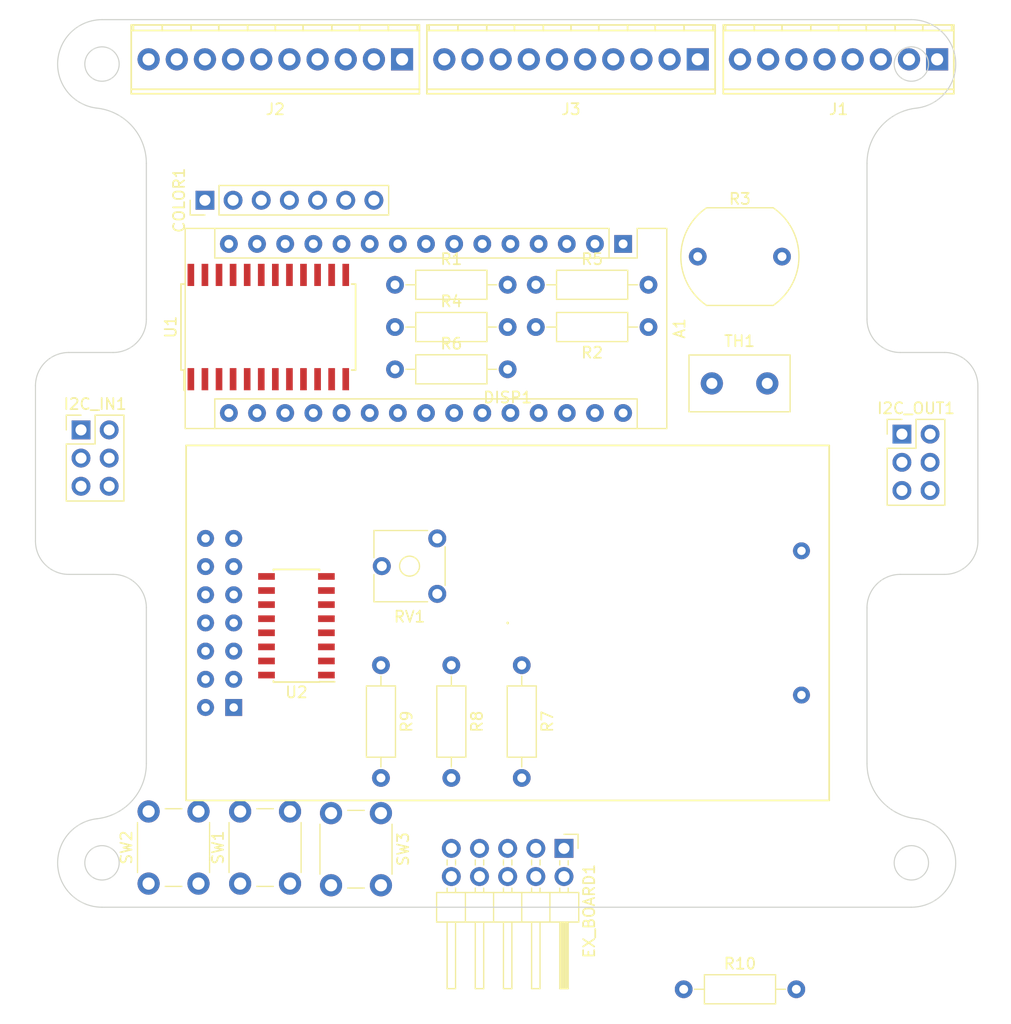
<source format=kicad_pcb>
(kicad_pcb (version 4) (host pcbnew 4.0.7)

  (general
    (links 88)
    (no_connects 88)
    (area 105.951099 64.953599 191.051101 145.053601)
    (thickness 1.6)
    (drawings 32)
    (tracks 0)
    (zones 0)
    (modules 26)
    (nets 93)
  )

  (page A4)
  (layers
    (0 F.Cu signal)
    (31 B.Cu signal)
    (32 B.Adhes user)
    (33 F.Adhes user)
    (34 B.Paste user)
    (35 F.Paste user)
    (36 B.SilkS user)
    (37 F.SilkS user)
    (38 B.Mask user)
    (39 F.Mask user)
    (40 Dwgs.User user)
    (41 Cmts.User user)
    (42 Eco1.User user)
    (43 Eco2.User user)
    (44 Edge.Cuts user)
    (45 Margin user)
    (46 B.CrtYd user)
    (47 F.CrtYd user)
    (48 B.Fab user)
    (49 F.Fab user)
  )

  (setup
    (last_trace_width 0.25)
    (trace_clearance 0.2)
    (zone_clearance 0.508)
    (zone_45_only no)
    (trace_min 0.2)
    (segment_width 0.2)
    (edge_width 0.15)
    (via_size 0.6)
    (via_drill 0.4)
    (via_min_size 0.4)
    (via_min_drill 0.3)
    (uvia_size 0.3)
    (uvia_drill 0.1)
    (uvias_allowed no)
    (uvia_min_size 0.2)
    (uvia_min_drill 0.1)
    (pcb_text_width 0.3)
    (pcb_text_size 1.5 1.5)
    (mod_edge_width 0.15)
    (mod_text_size 1 1)
    (mod_text_width 0.15)
    (pad_size 1.524 1.524)
    (pad_drill 0.762)
    (pad_to_mask_clearance 0.2)
    (aux_axis_origin 0 0)
    (visible_elements 7FFFFFFF)
    (pcbplotparams
      (layerselection 0x00030_80000001)
      (usegerberextensions false)
      (excludeedgelayer true)
      (linewidth 0.100000)
      (plotframeref false)
      (viasonmask false)
      (mode 1)
      (useauxorigin false)
      (hpglpennumber 1)
      (hpglpenspeed 20)
      (hpglpendiameter 15)
      (hpglpenoverlay 2)
      (psnegative false)
      (psa4output false)
      (plotreference true)
      (plotvalue true)
      (plotinvisibletext false)
      (padsonsilk false)
      (subtractmaskfromsilk false)
      (outputformat 1)
      (mirror false)
      (drillshape 1)
      (scaleselection 1)
      (outputdirectory ""))
  )

  (net 0 "")
  (net 1 "Net-(A1-Pad1)")
  (net 2 "Net-(A1-Pad17)")
  (net 3 "Net-(A1-Pad2)")
  (net 4 "Net-(A1-Pad18)")
  (net 5 "Net-(A1-Pad3)")
  (net 6 "Net-(A1-Pad4)")
  (net 7 "Net-(A1-Pad10)")
  (net 8 "Net-(A1-Pad11)")
  (net 9 "Net-(A1-Pad12)")
  (net 10 "Net-(A1-Pad13)")
  (net 11 "Net-(A1-Pad29)")
  (net 12 "Net-(A1-Pad14)")
  (net 13 "Net-(A1-Pad30)")
  (net 14 "Net-(A1-Pad15)")
  (net 15 MUX_SIG)
  (net 16 MUX_S0)
  (net 17 MUX_S1)
  (net 18 MUX_S2)
  (net 19 DIV_EN_PIN)
  (net 20 MUX_S3)
  (net 21 +5V)
  (net 22 BO2G0)
  (net 23 /ESMT0)
  (net 24 GND)
  (net 25 /ESMT1)
  (net 26 /ETMP2)
  (net 27 /ETMP1)
  (net 28 /ETMP0)
  (net 29 OTMP0)
  (net 30 OLDR0)
  (net 31 "Net-(U1-Pad20)")
  (net 32 "Net-(U1-Pad21)")
  (net 33 "Net-(A1-Pad7)")
  (net 34 "Net-(DISP1-Pad3)")
  (net 35 "Net-(DISP1-Pad4)")
  (net 36 "Net-(DISP1-Pad6)")
  (net 37 "Net-(DISP1-Pad7)")
  (net 38 "Net-(DISP1-Pad8)")
  (net 39 "Net-(DISP1-Pad9)")
  (net 40 "Net-(DISP1-Pad10)")
  (net 41 "Net-(DISP1-Pad11)")
  (net 42 "Net-(DISP1-Pad12)")
  (net 43 "Net-(DISP1-Pad13)")
  (net 44 "Net-(DISP1-Pad14)")
  (net 45 "Net-(DISP1-PadA)")
  (net 46 "Net-(DISP1-PadK)")
  (net 47 "Net-(U2-Pad2)")
  (net 48 "Net-(U2-Pad3)")
  (net 49 "Net-(U2-Pad9)")
  (net 50 "Net-(U2-Pad10)")
  (net 51 "Net-(U2-Pad11)")
  (net 52 "Net-(U2-Pad12)")
  (net 53 "Net-(U2-Pad13)")
  (net 54 "Net-(U2-Pad14)")
  (net 55 I2C_SDA)
  (net 56 I2C_SCL)
  (net 57 MUX_EN)
  (net 58 ERST0)
  (net 59 "Net-(EX_BOARD1-Pad5)")
  (net 60 "Net-(EX_BOARD1-Pad6)")
  (net 61 "Net-(EX_BOARD1-Pad8)")
  (net 62 OEBD0)
  (net 63 /OUI0)
  (net 64 /OUI1)
  (net 65 "Net-(I2C_IN1-Pad2)")
  (net 66 "Net-(I2C_OUT1-Pad2)")
  (net 67 "Net-(COLOR1-Pad1)")
  (net 68 "Net-(COLOR1-Pad2)")
  (net 69 "Net-(COLOR1-Pad3)")
  (net 70 "Net-(COLOR1-Pad4)")
  (net 71 "Net-(COLOR1-Pad5)")
  (net 72 "Net-(COLOR1-Pad6)")
  (net 73 "Net-(COLOR1-Pad7)")
  (net 74 ETRB0)
  (net 75 OMST0)
  (net 76 EMDI0)
  (net 77 EMDI1)
  (net 78 ECO2T)
  (net 79 ECO2R)
  (net 80 "Net-(J1-Pad8)")
  (net 81 "Net-(J1-Pad7)")
  (net 82 "Net-(J1-Pad6)")
  (net 83 "Net-(J1-Pad5)")
  (net 84 "Net-(J1-Pad4)")
  (net 85 "Net-(J1-Pad3)")
  (net 86 "Net-(J1-Pad1)")
  (net 87 "Net-(J1-Pad2)")
  (net 88 "Net-(J2-Pad4)")
  (net 89 "Net-(J2-Pad3)")
  (net 90 "Net-(J2-Pad1)")
  (net 91 "Net-(J2-Pad2)")
  (net 92 /OUI3)

  (net_class Default "This is the default net class."
    (clearance 0.2)
    (trace_width 0.25)
    (via_dia 0.6)
    (via_drill 0.4)
    (uvia_dia 0.3)
    (uvia_drill 0.1)
    (add_net +5V)
    (add_net /ESMT0)
    (add_net /ESMT1)
    (add_net /ETMP0)
    (add_net /ETMP1)
    (add_net /ETMP2)
    (add_net /OUI0)
    (add_net /OUI1)
    (add_net /OUI3)
    (add_net BO2G0)
    (add_net DIV_EN_PIN)
    (add_net ECO2R)
    (add_net ECO2T)
    (add_net EMDI0)
    (add_net EMDI1)
    (add_net ERST0)
    (add_net ETRB0)
    (add_net GND)
    (add_net I2C_SCL)
    (add_net I2C_SDA)
    (add_net MUX_EN)
    (add_net MUX_S0)
    (add_net MUX_S1)
    (add_net MUX_S2)
    (add_net MUX_S3)
    (add_net MUX_SIG)
    (add_net "Net-(A1-Pad1)")
    (add_net "Net-(A1-Pad10)")
    (add_net "Net-(A1-Pad11)")
    (add_net "Net-(A1-Pad12)")
    (add_net "Net-(A1-Pad13)")
    (add_net "Net-(A1-Pad14)")
    (add_net "Net-(A1-Pad15)")
    (add_net "Net-(A1-Pad17)")
    (add_net "Net-(A1-Pad18)")
    (add_net "Net-(A1-Pad2)")
    (add_net "Net-(A1-Pad29)")
    (add_net "Net-(A1-Pad3)")
    (add_net "Net-(A1-Pad30)")
    (add_net "Net-(A1-Pad4)")
    (add_net "Net-(A1-Pad7)")
    (add_net "Net-(COLOR1-Pad1)")
    (add_net "Net-(COLOR1-Pad2)")
    (add_net "Net-(COLOR1-Pad3)")
    (add_net "Net-(COLOR1-Pad4)")
    (add_net "Net-(COLOR1-Pad5)")
    (add_net "Net-(COLOR1-Pad6)")
    (add_net "Net-(COLOR1-Pad7)")
    (add_net "Net-(DISP1-Pad10)")
    (add_net "Net-(DISP1-Pad11)")
    (add_net "Net-(DISP1-Pad12)")
    (add_net "Net-(DISP1-Pad13)")
    (add_net "Net-(DISP1-Pad14)")
    (add_net "Net-(DISP1-Pad3)")
    (add_net "Net-(DISP1-Pad4)")
    (add_net "Net-(DISP1-Pad6)")
    (add_net "Net-(DISP1-Pad7)")
    (add_net "Net-(DISP1-Pad8)")
    (add_net "Net-(DISP1-Pad9)")
    (add_net "Net-(DISP1-PadA)")
    (add_net "Net-(DISP1-PadK)")
    (add_net "Net-(EX_BOARD1-Pad5)")
    (add_net "Net-(EX_BOARD1-Pad6)")
    (add_net "Net-(EX_BOARD1-Pad8)")
    (add_net "Net-(I2C_IN1-Pad2)")
    (add_net "Net-(I2C_OUT1-Pad2)")
    (add_net "Net-(J1-Pad1)")
    (add_net "Net-(J1-Pad2)")
    (add_net "Net-(J1-Pad3)")
    (add_net "Net-(J1-Pad4)")
    (add_net "Net-(J1-Pad5)")
    (add_net "Net-(J1-Pad6)")
    (add_net "Net-(J1-Pad7)")
    (add_net "Net-(J1-Pad8)")
    (add_net "Net-(J2-Pad1)")
    (add_net "Net-(J2-Pad2)")
    (add_net "Net-(J2-Pad3)")
    (add_net "Net-(J2-Pad4)")
    (add_net "Net-(U1-Pad20)")
    (add_net "Net-(U1-Pad21)")
    (add_net "Net-(U2-Pad10)")
    (add_net "Net-(U2-Pad11)")
    (add_net "Net-(U2-Pad12)")
    (add_net "Net-(U2-Pad13)")
    (add_net "Net-(U2-Pad14)")
    (add_net "Net-(U2-Pad2)")
    (add_net "Net-(U2-Pad3)")
    (add_net "Net-(U2-Pad9)")
    (add_net OEBD0)
    (add_net OLDR0)
    (add_net OMST0)
    (add_net OTMP0)
  )

  (module Modules:Arduino_Nano_WithMountingHoles placed (layer F.Cu) (tedit 58ACAF99) (tstamp 5A989631)
    (at 159.004 85.217 270)
    (descr "Arduino Nano, http://www.mouser.com/pdfdocs/Gravitech_Arduino_Nano3_0.pdf")
    (tags "Arduino Nano")
    (path /5A84E54E)
    (fp_text reference A1 (at 7.62 -5.08 270) (layer F.SilkS)
      (effects (font (size 1 1) (thickness 0.15)))
    )
    (fp_text value Arduino_Nano_v3.x (at 8.89 15.24 360) (layer F.Fab)
      (effects (font (size 1 1) (thickness 0.15)))
    )
    (fp_text user %R (at 6.35 16.51 360) (layer F.Fab)
      (effects (font (size 1 1) (thickness 0.15)))
    )
    (fp_line (start 1.27 1.27) (end 1.27 -1.27) (layer F.SilkS) (width 0.12))
    (fp_line (start 1.27 -1.27) (end -1.4 -1.27) (layer F.SilkS) (width 0.12))
    (fp_line (start -1.4 1.27) (end -1.4 39.5) (layer F.SilkS) (width 0.12))
    (fp_line (start -1.4 -3.94) (end -1.4 -1.27) (layer F.SilkS) (width 0.12))
    (fp_line (start 13.97 -1.27) (end 16.64 -1.27) (layer F.SilkS) (width 0.12))
    (fp_line (start 13.97 -1.27) (end 13.97 36.83) (layer F.SilkS) (width 0.12))
    (fp_line (start 13.97 36.83) (end 16.64 36.83) (layer F.SilkS) (width 0.12))
    (fp_line (start 1.27 1.27) (end -1.4 1.27) (layer F.SilkS) (width 0.12))
    (fp_line (start 1.27 1.27) (end 1.27 36.83) (layer F.SilkS) (width 0.12))
    (fp_line (start 1.27 36.83) (end -1.4 36.83) (layer F.SilkS) (width 0.12))
    (fp_line (start 3.81 31.75) (end 11.43 31.75) (layer F.Fab) (width 0.1))
    (fp_line (start 11.43 31.75) (end 11.43 41.91) (layer F.Fab) (width 0.1))
    (fp_line (start 11.43 41.91) (end 3.81 41.91) (layer F.Fab) (width 0.1))
    (fp_line (start 3.81 41.91) (end 3.81 31.75) (layer F.Fab) (width 0.1))
    (fp_line (start -1.4 39.5) (end 16.64 39.5) (layer F.SilkS) (width 0.12))
    (fp_line (start 16.64 39.5) (end 16.64 -3.94) (layer F.SilkS) (width 0.12))
    (fp_line (start 16.64 -3.94) (end -1.4 -3.94) (layer F.SilkS) (width 0.12))
    (fp_line (start 16.51 39.37) (end -1.27 39.37) (layer F.Fab) (width 0.1))
    (fp_line (start -1.27 39.37) (end -1.27 -2.54) (layer F.Fab) (width 0.1))
    (fp_line (start -1.27 -2.54) (end 0 -3.81) (layer F.Fab) (width 0.1))
    (fp_line (start 0 -3.81) (end 16.51 -3.81) (layer F.Fab) (width 0.1))
    (fp_line (start 16.51 -3.81) (end 16.51 39.37) (layer F.Fab) (width 0.1))
    (fp_line (start -1.53 -4.06) (end 16.75 -4.06) (layer F.CrtYd) (width 0.05))
    (fp_line (start -1.53 -4.06) (end -1.53 42.16) (layer F.CrtYd) (width 0.05))
    (fp_line (start 16.75 42.16) (end 16.75 -4.06) (layer F.CrtYd) (width 0.05))
    (fp_line (start 16.75 42.16) (end -1.53 42.16) (layer F.CrtYd) (width 0.05))
    (pad 1 thru_hole rect (at 0 0 270) (size 1.6 1.6) (drill 0.8) (layers *.Cu *.Mask)
      (net 1 "Net-(A1-Pad1)"))
    (pad 17 thru_hole oval (at 15.24 33.02 270) (size 1.6 1.6) (drill 0.8) (layers *.Cu *.Mask)
      (net 2 "Net-(A1-Pad17)"))
    (pad 2 thru_hole oval (at 0 2.54 270) (size 1.6 1.6) (drill 0.8) (layers *.Cu *.Mask)
      (net 3 "Net-(A1-Pad2)"))
    (pad 18 thru_hole oval (at 15.24 30.48 270) (size 1.6 1.6) (drill 0.8) (layers *.Cu *.Mask)
      (net 4 "Net-(A1-Pad18)"))
    (pad 3 thru_hole oval (at 0 5.08 270) (size 1.6 1.6) (drill 0.8) (layers *.Cu *.Mask)
      (net 5 "Net-(A1-Pad3)"))
    (pad 19 thru_hole oval (at 15.24 27.94 270) (size 1.6 1.6) (drill 0.8) (layers *.Cu *.Mask)
      (net 15 MUX_SIG))
    (pad 4 thru_hole oval (at 0 7.62 270) (size 1.6 1.6) (drill 0.8) (layers *.Cu *.Mask)
      (net 6 "Net-(A1-Pad4)"))
    (pad 20 thru_hole oval (at 15.24 25.4 270) (size 1.6 1.6) (drill 0.8) (layers *.Cu *.Mask)
      (net 16 MUX_S0))
    (pad 5 thru_hole oval (at 0 10.16 270) (size 1.6 1.6) (drill 0.8) (layers *.Cu *.Mask)
      (net 76 EMDI0))
    (pad 21 thru_hole oval (at 15.24 22.86 270) (size 1.6 1.6) (drill 0.8) (layers *.Cu *.Mask)
      (net 17 MUX_S1))
    (pad 6 thru_hole oval (at 0 12.7 270) (size 1.6 1.6) (drill 0.8) (layers *.Cu *.Mask)
      (net 77 EMDI1))
    (pad 22 thru_hole oval (at 15.24 20.32 270) (size 1.6 1.6) (drill 0.8) (layers *.Cu *.Mask)
      (net 18 MUX_S2))
    (pad 7 thru_hole oval (at 0 15.24 270) (size 1.6 1.6) (drill 0.8) (layers *.Cu *.Mask)
      (net 33 "Net-(A1-Pad7)"))
    (pad 23 thru_hole oval (at 15.24 17.78 270) (size 1.6 1.6) (drill 0.8) (layers *.Cu *.Mask)
      (net 20 MUX_S3))
    (pad 8 thru_hole oval (at 0 17.78 270) (size 1.6 1.6) (drill 0.8) (layers *.Cu *.Mask)
      (net 78 ECO2T))
    (pad 24 thru_hole oval (at 15.24 15.24 270) (size 1.6 1.6) (drill 0.8) (layers *.Cu *.Mask)
      (net 55 I2C_SDA))
    (pad 9 thru_hole oval (at 0 20.32 270) (size 1.6 1.6) (drill 0.8) (layers *.Cu *.Mask)
      (net 79 ECO2R))
    (pad 25 thru_hole oval (at 15.24 12.7 270) (size 1.6 1.6) (drill 0.8) (layers *.Cu *.Mask)
      (net 56 I2C_SCL))
    (pad 10 thru_hole oval (at 0 22.86 270) (size 1.6 1.6) (drill 0.8) (layers *.Cu *.Mask)
      (net 7 "Net-(A1-Pad10)"))
    (pad 26 thru_hole oval (at 15.24 10.16 270) (size 1.6 1.6) (drill 0.8) (layers *.Cu *.Mask)
      (net 57 MUX_EN))
    (pad 11 thru_hole oval (at 0 25.4 270) (size 1.6 1.6) (drill 0.8) (layers *.Cu *.Mask)
      (net 8 "Net-(A1-Pad11)"))
    (pad 27 thru_hole oval (at 15.24 7.62 270) (size 1.6 1.6) (drill 0.8) (layers *.Cu *.Mask)
      (net 21 +5V))
    (pad 12 thru_hole oval (at 0 27.94 270) (size 1.6 1.6) (drill 0.8) (layers *.Cu *.Mask)
      (net 9 "Net-(A1-Pad12)"))
    (pad 28 thru_hole oval (at 15.24 5.08 270) (size 1.6 1.6) (drill 0.8) (layers *.Cu *.Mask)
      (net 58 ERST0))
    (pad 13 thru_hole oval (at 0 30.48 270) (size 1.6 1.6) (drill 0.8) (layers *.Cu *.Mask)
      (net 10 "Net-(A1-Pad13)"))
    (pad 29 thru_hole oval (at 15.24 2.54 270) (size 1.6 1.6) (drill 0.8) (layers *.Cu *.Mask)
      (net 11 "Net-(A1-Pad29)"))
    (pad 14 thru_hole oval (at 0 33.02 270) (size 1.6 1.6) (drill 0.8) (layers *.Cu *.Mask)
      (net 12 "Net-(A1-Pad14)"))
    (pad 30 thru_hole oval (at 15.24 0 270) (size 1.6 1.6) (drill 0.8) (layers *.Cu *.Mask)
      (net 13 "Net-(A1-Pad30)"))
    (pad 15 thru_hole oval (at 0 35.56 270) (size 1.6 1.6) (drill 0.8) (layers *.Cu *.Mask)
      (net 14 "Net-(A1-Pad15)"))
    (pad 16 thru_hole oval (at 15.24 35.56 270) (size 1.6 1.6) (drill 0.8) (layers *.Cu *.Mask)
      (net 19 DIV_EN_PIN))
    (pad "" np_thru_hole circle (at 0 -2.54 270) (size 1.78 1.78) (drill 1.78) (layers *.Cu *.Mask))
    (pad "" np_thru_hole circle (at 15.24 -2.54 270) (size 1.78 1.78) (drill 1.78) (layers *.Cu *.Mask))
    (pad "" np_thru_hole circle (at 15.24 38.1 270) (size 1.78 1.78) (drill 1.78) (layers *.Cu *.Mask))
    (pad "" np_thru_hole circle (at 0 38.1 270) (size 1.78 1.78) (drill 1.78) (layers *.Cu *.Mask))
  )

  (module NHD-0208BZ-FL-YBW:NHD-0208BZ-RN-YBW-33V placed (layer F.Cu) (tedit 5A986168) (tstamp 5A989685)
    (at 148.59 119.38)
    (path /5A9845E2)
    (fp_text reference DISP1 (at 0 -20.32) (layer F.SilkS)
      (effects (font (size 1 1) (thickness 0.15)))
    )
    (fp_text value LCD_ST7066_HD44880 (at 0 -17.78) (layer F.Fab)
      (effects (font (size 1 1) (thickness 0.15)))
    )
    (fp_line (start -29 -16) (end 29 -16) (layer F.SilkS) (width 0.15))
    (fp_line (start -29 16) (end 29 16) (layer F.SilkS) (width 0.15))
    (fp_line (start -29 16) (end -29 -16) (layer F.SilkS) (width 0.15))
    (fp_line (start 29 16) (end 29 -16) (layer F.SilkS) (width 0.15))
    (fp_circle (center 0 0) (end 0 0) (layer Cmts.User) (width 0.1))
    (fp_circle (center 0 0) (end 0 0) (layer Cmts.User) (width 0.1))
    (fp_circle (center 0 0) (end 0 0) (layer Cmts.User) (width 0.1))
    (fp_circle (center 0 0) (end 0 0) (layer Cmts.User) (width 0.1))
    (fp_circle (center 0 0) (end 0 0) (layer Cmts.User) (width 0.1))
    (fp_line (start 0 0) (end 0 0) (layer Cmts.User) (width 0.1))
    (fp_line (start 0 0) (end 0 0) (layer Cmts.User) (width 0.1))
    (fp_line (start 0 0) (end 0 0) (layer Cmts.User) (width 0.1))
    (fp_line (start 0 0) (end 0 0) (layer Cmts.User) (width 0.1))
    (fp_circle (center 0 0) (end 0 0) (layer Eco1.User) (width 0.1))
    (fp_circle (center 0 0) (end 0 0) (layer Eco1.User) (width 0.1))
    (fp_circle (center 0 0) (end 0 0) (layer Eco1.User) (width 0.1))
    (fp_circle (center 0 0) (end 0 0) (layer Eco1.User) (width 0.1))
    (fp_circle (center 0 0) (end 0 0) (layer Eco1.User) (width 0.1))
    (fp_line (start 0 0) (end 0 0) (layer Eco1.User) (width 0.1))
    (fp_line (start 0 0) (end 0 0) (layer Eco1.User) (width 0.1))
    (fp_line (start 0 0) (end 0 0) (layer Eco1.User) (width 0.1))
    (fp_line (start 0 0) (end 0 0) (layer Eco1.User) (width 0.1))
    (fp_circle (center 0 0) (end 0 0) (layer F.SilkS) (width 0.1))
    (fp_circle (center 0 0) (end 0 0) (layer F.SilkS) (width 0.1))
    (fp_circle (center 0 0) (end 0 0) (layer F.SilkS) (width 0.1))
    (fp_circle (center 0 0) (end 0 0) (layer F.SilkS) (width 0.1))
    (fp_line (start 0 0) (end 0 0) (layer F.SilkS) (width 0.1))
    (fp_line (start 0 0) (end 0 0) (layer F.SilkS) (width 0.1))
    (fp_line (start 0 0) (end 0 0) (layer F.SilkS) (width 0.1))
    (fp_line (start 0 0) (end 0 0) (layer F.SilkS) (width 0.1))
    (fp_circle (center 0 0) (end 0 0) (layer F.SilkS) (width 0.1))
    (fp_circle (center 0 0) (end 0 0) (layer F.SilkS) (width 0.1))
    (fp_circle (center 0 0) (end 0 0) (layer F.SilkS) (width 0.1))
    (fp_circle (center 0 0) (end 0 0) (layer F.SilkS) (width 0.1))
    (fp_line (start 0 0) (end 0 0) (layer F.SilkS) (width 0.1))
    (fp_line (start 0 0) (end 0 0) (layer F.SilkS) (width 0.1))
    (fp_line (start 0 0) (end 0 0) (layer F.SilkS) (width 0.1))
    (fp_line (start 0 0) (end 0 0) (layer F.SilkS) (width 0.1))
    (fp_line (start 0 0) (end 0 0) (layer F.SilkS) (width 0.1))
    (fp_line (start 0 0) (end 0 0) (layer F.SilkS) (width 0.1))
    (fp_line (start 0 0) (end 0 0) (layer F.SilkS) (width 0.1))
    (fp_line (start 0 0) (end 0 0) (layer F.SilkS) (width 0.1))
    (fp_circle (center 0 0) (end 0 0) (layer F.SilkS) (width 0.1))
    (fp_circle (center 0 0) (end 0 0) (layer F.SilkS) (width 0.1))
    (fp_circle (center 0 0) (end 0 0) (layer F.SilkS) (width 0.1))
    (fp_circle (center 0 0) (end 0 0) (layer F.SilkS) (width 0.1))
    (fp_circle (center 0 0) (end 0 0) (layer F.SilkS) (width 0.1))
    (fp_line (start 0 0) (end 0 0) (layer F.SilkS) (width 0.1))
    (fp_line (start 0 0) (end 0 0) (layer F.SilkS) (width 0.1))
    (fp_line (start 0 0) (end 0 0) (layer F.SilkS) (width 0.1))
    (fp_line (start 0 0) (end 0 0) (layer F.SilkS) (width 0.1))
    (fp_circle (center 0 0) (end 0 0) (layer F.SilkS) (width 0.1))
    (fp_circle (center 0 0) (end 0 0) (layer F.SilkS) (width 0.1))
    (fp_circle (center 0 0) (end 0 0) (layer F.SilkS) (width 0.1))
    (fp_circle (center 0 0) (end 0 0) (layer F.SilkS) (width 0.1))
    (fp_circle (center 0 0) (end 0 0) (layer F.SilkS) (width 0.1))
    (fp_line (start 0 0) (end 0 0) (layer F.SilkS) (width 0.1))
    (fp_line (start 0 0) (end 0 0) (layer F.SilkS) (width 0.1))
    (fp_line (start 0 0) (end 0 0) (layer F.SilkS) (width 0.1))
    (fp_line (start 0 0) (end 0 0) (layer F.SilkS) (width 0.1))
    (pad "" np_thru_hole circle (at -26.5 13.5) (size 2.5 2.5) (drill 2.5) (layers *.Cu *.Mask))
    (pad "" np_thru_hole circle (at -26.5 -13.5) (size 2.5 2.5) (drill 2.5) (layers *.Cu *.Mask))
    (pad "" np_thru_hole circle (at 26.5 13.5) (size 2.5 2.5) (drill 2.5) (layers *.Cu *.Mask))
    (pad A thru_hole circle (at 26.5 -6.5) (size 1.524 1.524) (drill 0.762) (layers *.Cu *.Mask)
      (net 45 "Net-(DISP1-PadA)"))
    (pad 1 thru_hole rect (at -24.71 7.62) (size 1.524 1.524) (drill 0.762) (layers *.Cu *.Mask)
      (net 24 GND))
    (pad 2 thru_hole circle (at -27.25 7.62) (size 1.524 1.524) (drill 0.762) (layers *.Cu *.Mask)
      (net 21 +5V))
    (pad 3 thru_hole circle (at -24.71 5.08) (size 1.524 1.524) (drill 0.762) (layers *.Cu *.Mask)
      (net 34 "Net-(DISP1-Pad3)"))
    (pad 4 thru_hole circle (at -27.25 5.08) (size 1.524 1.524) (drill 0.762) (layers *.Cu *.Mask)
      (net 35 "Net-(DISP1-Pad4)"))
    (pad 5 thru_hole circle (at -24.71 2.54) (size 1.524 1.524) (drill 0.762) (layers *.Cu *.Mask)
      (net 24 GND))
    (pad 6 thru_hole circle (at -27.25 2.54) (size 1.524 1.524) (drill 0.762) (layers *.Cu *.Mask)
      (net 36 "Net-(DISP1-Pad6)"))
    (pad 7 thru_hole circle (at -24.71 0) (size 1.524 1.524) (drill 0.762) (layers *.Cu *.Mask)
      (net 37 "Net-(DISP1-Pad7)"))
    (pad 8 thru_hole circle (at -27.25 0) (size 1.524 1.524) (drill 0.762) (layers *.Cu *.Mask)
      (net 38 "Net-(DISP1-Pad8)"))
    (pad 9 thru_hole circle (at -24.71 -2.54) (size 1.524 1.524) (drill 0.762) (layers *.Cu *.Mask)
      (net 39 "Net-(DISP1-Pad9)"))
    (pad 10 thru_hole circle (at -27.25 -2.54) (size 1.524 1.524) (drill 0.762) (layers *.Cu *.Mask)
      (net 40 "Net-(DISP1-Pad10)"))
    (pad 11 thru_hole circle (at -24.71 -5.08) (size 1.524 1.524) (drill 0.762) (layers *.Cu *.Mask)
      (net 41 "Net-(DISP1-Pad11)"))
    (pad 12 thru_hole circle (at -27.25 -5.08) (size 1.524 1.524) (drill 0.762) (layers *.Cu *.Mask)
      (net 42 "Net-(DISP1-Pad12)"))
    (pad 13 thru_hole circle (at -24.71 -7.62) (size 1.524 1.524) (drill 0.762) (layers *.Cu *.Mask)
      (net 43 "Net-(DISP1-Pad13)"))
    (pad 14 thru_hole circle (at -27.25 -7.62) (size 1.524 1.524) (drill 0.762) (layers *.Cu *.Mask)
      (net 44 "Net-(DISP1-Pad14)"))
    (pad K thru_hole circle (at 26.5 6.5) (size 1.524 1.524) (drill 0.762) (layers *.Cu *.Mask)
      (net 46 "Net-(DISP1-PadK)"))
    (pad "" np_thru_hole circle (at 26.5 -13.5) (size 2.5 2.5) (drill 2.5) (layers *.Cu *.Mask))
  )

  (module Resistors_THT:R_Axial_DIN0207_L6.3mm_D2.5mm_P10.16mm_Horizontal placed (layer F.Cu) (tedit 5874F706) (tstamp 5A9896C9)
    (at 138.43 88.9)
    (descr "Resistor, Axial_DIN0207 series, Axial, Horizontal, pin pitch=10.16mm, 0.25W = 1/4W, length*diameter=6.3*2.5mm^2, http://cdn-reichelt.de/documents/datenblatt/B400/1_4W%23YAG.pdf")
    (tags "Resistor Axial_DIN0207 series Axial Horizontal pin pitch 10.16mm 0.25W = 1/4W length 6.3mm diameter 2.5mm")
    (path /5A98D9AF)
    (fp_text reference R1 (at 5.08 -2.31) (layer F.SilkS)
      (effects (font (size 1 1) (thickness 0.15)))
    )
    (fp_text value 10K (at 5.08 2.31) (layer F.Fab)
      (effects (font (size 1 1) (thickness 0.15)))
    )
    (fp_line (start 1.93 -1.25) (end 1.93 1.25) (layer F.Fab) (width 0.1))
    (fp_line (start 1.93 1.25) (end 8.23 1.25) (layer F.Fab) (width 0.1))
    (fp_line (start 8.23 1.25) (end 8.23 -1.25) (layer F.Fab) (width 0.1))
    (fp_line (start 8.23 -1.25) (end 1.93 -1.25) (layer F.Fab) (width 0.1))
    (fp_line (start 0 0) (end 1.93 0) (layer F.Fab) (width 0.1))
    (fp_line (start 10.16 0) (end 8.23 0) (layer F.Fab) (width 0.1))
    (fp_line (start 1.87 -1.31) (end 1.87 1.31) (layer F.SilkS) (width 0.12))
    (fp_line (start 1.87 1.31) (end 8.29 1.31) (layer F.SilkS) (width 0.12))
    (fp_line (start 8.29 1.31) (end 8.29 -1.31) (layer F.SilkS) (width 0.12))
    (fp_line (start 8.29 -1.31) (end 1.87 -1.31) (layer F.SilkS) (width 0.12))
    (fp_line (start 0.98 0) (end 1.87 0) (layer F.SilkS) (width 0.12))
    (fp_line (start 9.18 0) (end 8.29 0) (layer F.SilkS) (width 0.12))
    (fp_line (start -1.05 -1.6) (end -1.05 1.6) (layer F.CrtYd) (width 0.05))
    (fp_line (start -1.05 1.6) (end 11.25 1.6) (layer F.CrtYd) (width 0.05))
    (fp_line (start 11.25 1.6) (end 11.25 -1.6) (layer F.CrtYd) (width 0.05))
    (fp_line (start 11.25 -1.6) (end -1.05 -1.6) (layer F.CrtYd) (width 0.05))
    (pad 1 thru_hole circle (at 0 0) (size 1.6 1.6) (drill 0.8) (layers *.Cu *.Mask)
      (net 24 GND))
    (pad 2 thru_hole oval (at 10.16 0) (size 1.6 1.6) (drill 0.8) (layers *.Cu *.Mask)
      (net 62 OEBD0))
    (model ${KISYS3DMOD}/Resistors_THT.3dshapes/R_Axial_DIN0207_L6.3mm_D2.5mm_P10.16mm_Horizontal.wrl
      (at (xyz 0 0 0))
      (scale (xyz 0.393701 0.393701 0.393701))
      (rotate (xyz 0 0 0))
    )
  )

  (module Resistors_THT:R_Axial_DIN0207_L6.3mm_D2.5mm_P10.16mm_Horizontal placed (layer F.Cu) (tedit 5874F706) (tstamp 5A9896DF)
    (at 161.29 92.71 180)
    (descr "Resistor, Axial_DIN0207 series, Axial, Horizontal, pin pitch=10.16mm, 0.25W = 1/4W, length*diameter=6.3*2.5mm^2, http://cdn-reichelt.de/documents/datenblatt/B400/1_4W%23YAG.pdf")
    (tags "Resistor Axial_DIN0207 series Axial Horizontal pin pitch 10.16mm 0.25W = 1/4W length 6.3mm diameter 2.5mm")
    (path /5A973052)
    (fp_text reference R2 (at 5.08 -2.31 180) (layer F.SilkS)
      (effects (font (size 1 1) (thickness 0.15)))
    )
    (fp_text value 10K (at 5.08 2.31 180) (layer F.Fab)
      (effects (font (size 1 1) (thickness 0.15)))
    )
    (fp_line (start 1.93 -1.25) (end 1.93 1.25) (layer F.Fab) (width 0.1))
    (fp_line (start 1.93 1.25) (end 8.23 1.25) (layer F.Fab) (width 0.1))
    (fp_line (start 8.23 1.25) (end 8.23 -1.25) (layer F.Fab) (width 0.1))
    (fp_line (start 8.23 -1.25) (end 1.93 -1.25) (layer F.Fab) (width 0.1))
    (fp_line (start 0 0) (end 1.93 0) (layer F.Fab) (width 0.1))
    (fp_line (start 10.16 0) (end 8.23 0) (layer F.Fab) (width 0.1))
    (fp_line (start 1.87 -1.31) (end 1.87 1.31) (layer F.SilkS) (width 0.12))
    (fp_line (start 1.87 1.31) (end 8.29 1.31) (layer F.SilkS) (width 0.12))
    (fp_line (start 8.29 1.31) (end 8.29 -1.31) (layer F.SilkS) (width 0.12))
    (fp_line (start 8.29 -1.31) (end 1.87 -1.31) (layer F.SilkS) (width 0.12))
    (fp_line (start 0.98 0) (end 1.87 0) (layer F.SilkS) (width 0.12))
    (fp_line (start 9.18 0) (end 8.29 0) (layer F.SilkS) (width 0.12))
    (fp_line (start -1.05 -1.6) (end -1.05 1.6) (layer F.CrtYd) (width 0.05))
    (fp_line (start -1.05 1.6) (end 11.25 1.6) (layer F.CrtYd) (width 0.05))
    (fp_line (start 11.25 1.6) (end 11.25 -1.6) (layer F.CrtYd) (width 0.05))
    (fp_line (start 11.25 -1.6) (end -1.05 -1.6) (layer F.CrtYd) (width 0.05))
    (pad 1 thru_hole circle (at 0 0 180) (size 1.6 1.6) (drill 0.8) (layers *.Cu *.Mask)
      (net 29 OTMP0))
    (pad 2 thru_hole oval (at 10.16 0 180) (size 1.6 1.6) (drill 0.8) (layers *.Cu *.Mask)
      (net 19 DIV_EN_PIN))
    (model ${KISYS3DMOD}/Resistors_THT.3dshapes/R_Axial_DIN0207_L6.3mm_D2.5mm_P10.16mm_Horizontal.wrl
      (at (xyz 0 0 0))
      (scale (xyz 0.393701 0.393701 0.393701))
      (rotate (xyz 0 0 0))
    )
  )

  (module Opto-Devices:Resistor_LDR_10x8.5_RM7.6 placed (layer F.Cu) (tedit 588BD0EB) (tstamp 5A9896E5)
    (at 165.735 86.36)
    (descr "Resistor, LDR 10x8.5mm")
    (tags "Resistor LDR10.8.5mm")
    (path /5A9719A5)
    (fp_text reference R3 (at 3.8 -5.2) (layer F.SilkS)
      (effects (font (size 1 1) (thickness 0.15)))
    )
    (fp_text value 10K (at 3.7 5.2) (layer F.Fab)
      (effects (font (size 1 1) (thickness 0.15)))
    )
    (fp_line (start 0.8 4.4) (end 6.8 4.4) (layer F.SilkS) (width 0.12))
    (fp_line (start 0.8 -4.4) (end 6.8 -4.4) (layer F.SilkS) (width 0.12))
    (fp_line (start 2.9 -1.8) (end 4.7 -1.8) (layer F.Fab) (width 0.1))
    (fp_line (start 4.7 -1.8) (end 4.7 -1.2) (layer F.Fab) (width 0.1))
    (fp_line (start 4.7 -1.2) (end 2.9 -1.2) (layer F.Fab) (width 0.1))
    (fp_line (start 2.9 -1.2) (end 2.9 -0.6) (layer F.Fab) (width 0.1))
    (fp_line (start 2.9 -0.6) (end 4.7 -0.6) (layer F.Fab) (width 0.1))
    (fp_line (start 4.7 -0.6) (end 4.7 0) (layer F.Fab) (width 0.1))
    (fp_line (start 4.7 0) (end 2.9 0) (layer F.Fab) (width 0.1))
    (fp_line (start 2.9 0) (end 2.9 0.6) (layer F.Fab) (width 0.1))
    (fp_line (start 2.9 0.6) (end 4.7 0.6) (layer F.Fab) (width 0.1))
    (fp_line (start 4.7 0.6) (end 4.7 1.2) (layer F.Fab) (width 0.1))
    (fp_line (start 4.7 1.2) (end 2.9 1.2) (layer F.Fab) (width 0.1))
    (fp_line (start 2.9 1.2) (end 2.9 1.8) (layer F.Fab) (width 0.1))
    (fp_line (start 2.9 1.8) (end 4.7 1.8) (layer F.Fab) (width 0.1))
    (fp_line (start 6.8 4.25) (end 0.8 4.25) (layer F.Fab) (width 0.1))
    (fp_line (start 0.8 -4.25) (end 6.8 -4.25) (layer F.Fab) (width 0.1))
    (fp_line (start -1.65 -4.5) (end 9.25 -4.5) (layer F.CrtYd) (width 0.05))
    (fp_line (start -1.65 -4.5) (end -1.65 4.5) (layer F.CrtYd) (width 0.05))
    (fp_line (start 9.25 4.5) (end 9.25 -4.5) (layer F.CrtYd) (width 0.05))
    (fp_line (start 9.25 4.5) (end -1.65 4.5) (layer F.CrtYd) (width 0.05))
    (fp_arc (start 3.8 0) (end 0.8 4.4) (angle 111) (layer F.SilkS) (width 0.12))
    (fp_arc (start 3.8 0) (end 6.8 -4.4) (angle 111) (layer F.SilkS) (width 0.12))
    (fp_arc (start 3.8 0) (end 6.8 -4.25) (angle 109) (layer F.Fab) (width 0.1))
    (fp_arc (start 3.8 0) (end 0.8 4.25) (angle 109) (layer F.Fab) (width 0.1))
    (pad 1 thru_hole circle (at 0 0) (size 1.6 1.6) (drill 0.8) (layers *.Cu *.Mask)
      (net 30 OLDR0))
    (pad 2 thru_hole circle (at 7.6 0) (size 1.6 1.6) (drill 0.8) (layers *.Cu *.Mask)
      (net 21 +5V))
  )

  (module Resistors_THT:R_Axial_DIN0207_L6.3mm_D2.5mm_P10.16mm_Horizontal placed (layer F.Cu) (tedit 5874F706) (tstamp 5A9896FB)
    (at 138.43 92.71)
    (descr "Resistor, Axial_DIN0207 series, Axial, Horizontal, pin pitch=10.16mm, 0.25W = 1/4W, length*diameter=6.3*2.5mm^2, http://cdn-reichelt.de/documents/datenblatt/B400/1_4W%23YAG.pdf")
    (tags "Resistor Axial_DIN0207 series Axial Horizontal pin pitch 10.16mm 0.25W = 1/4W length 6.3mm diameter 2.5mm")
    (path /5A972E87)
    (fp_text reference R4 (at 5.08 -2.31) (layer F.SilkS)
      (effects (font (size 1 1) (thickness 0.15)))
    )
    (fp_text value LDR03 (at 5.08 2.31) (layer F.Fab)
      (effects (font (size 1 1) (thickness 0.15)))
    )
    (fp_line (start 1.93 -1.25) (end 1.93 1.25) (layer F.Fab) (width 0.1))
    (fp_line (start 1.93 1.25) (end 8.23 1.25) (layer F.Fab) (width 0.1))
    (fp_line (start 8.23 1.25) (end 8.23 -1.25) (layer F.Fab) (width 0.1))
    (fp_line (start 8.23 -1.25) (end 1.93 -1.25) (layer F.Fab) (width 0.1))
    (fp_line (start 0 0) (end 1.93 0) (layer F.Fab) (width 0.1))
    (fp_line (start 10.16 0) (end 8.23 0) (layer F.Fab) (width 0.1))
    (fp_line (start 1.87 -1.31) (end 1.87 1.31) (layer F.SilkS) (width 0.12))
    (fp_line (start 1.87 1.31) (end 8.29 1.31) (layer F.SilkS) (width 0.12))
    (fp_line (start 8.29 1.31) (end 8.29 -1.31) (layer F.SilkS) (width 0.12))
    (fp_line (start 8.29 -1.31) (end 1.87 -1.31) (layer F.SilkS) (width 0.12))
    (fp_line (start 0.98 0) (end 1.87 0) (layer F.SilkS) (width 0.12))
    (fp_line (start 9.18 0) (end 8.29 0) (layer F.SilkS) (width 0.12))
    (fp_line (start -1.05 -1.6) (end -1.05 1.6) (layer F.CrtYd) (width 0.05))
    (fp_line (start -1.05 1.6) (end 11.25 1.6) (layer F.CrtYd) (width 0.05))
    (fp_line (start 11.25 1.6) (end 11.25 -1.6) (layer F.CrtYd) (width 0.05))
    (fp_line (start 11.25 -1.6) (end -1.05 -1.6) (layer F.CrtYd) (width 0.05))
    (pad 1 thru_hole circle (at 0 0) (size 1.6 1.6) (drill 0.8) (layers *.Cu *.Mask)
      (net 30 OLDR0))
    (pad 2 thru_hole oval (at 10.16 0) (size 1.6 1.6) (drill 0.8) (layers *.Cu *.Mask)
      (net 24 GND))
    (model ${KISYS3DMOD}/Resistors_THT.3dshapes/R_Axial_DIN0207_L6.3mm_D2.5mm_P10.16mm_Horizontal.wrl
      (at (xyz 0 0 0))
      (scale (xyz 0.393701 0.393701 0.393701))
      (rotate (xyz 0 0 0))
    )
  )

  (module Resistors_THT:R_Axial_DIN0207_L6.3mm_D2.5mm_P10.16mm_Horizontal placed (layer F.Cu) (tedit 5874F706) (tstamp 5A989711)
    (at 151.13 88.9)
    (descr "Resistor, Axial_DIN0207 series, Axial, Horizontal, pin pitch=10.16mm, 0.25W = 1/4W, length*diameter=6.3*2.5mm^2, http://cdn-reichelt.de/documents/datenblatt/B400/1_4W%23YAG.pdf")
    (tags "Resistor Axial_DIN0207 series Axial Horizontal pin pitch 10.16mm 0.25W = 1/4W length 6.3mm diameter 2.5mm")
    (path /5A970C98)
    (fp_text reference R5 (at 5.08 -2.31) (layer F.SilkS)
      (effects (font (size 1 1) (thickness 0.15)))
    )
    (fp_text value 10K (at 5.08 2.31) (layer F.Fab)
      (effects (font (size 1 1) (thickness 0.15)))
    )
    (fp_line (start 1.93 -1.25) (end 1.93 1.25) (layer F.Fab) (width 0.1))
    (fp_line (start 1.93 1.25) (end 8.23 1.25) (layer F.Fab) (width 0.1))
    (fp_line (start 8.23 1.25) (end 8.23 -1.25) (layer F.Fab) (width 0.1))
    (fp_line (start 8.23 -1.25) (end 1.93 -1.25) (layer F.Fab) (width 0.1))
    (fp_line (start 0 0) (end 1.93 0) (layer F.Fab) (width 0.1))
    (fp_line (start 10.16 0) (end 8.23 0) (layer F.Fab) (width 0.1))
    (fp_line (start 1.87 -1.31) (end 1.87 1.31) (layer F.SilkS) (width 0.12))
    (fp_line (start 1.87 1.31) (end 8.29 1.31) (layer F.SilkS) (width 0.12))
    (fp_line (start 8.29 1.31) (end 8.29 -1.31) (layer F.SilkS) (width 0.12))
    (fp_line (start 8.29 -1.31) (end 1.87 -1.31) (layer F.SilkS) (width 0.12))
    (fp_line (start 0.98 0) (end 1.87 0) (layer F.SilkS) (width 0.12))
    (fp_line (start 9.18 0) (end 8.29 0) (layer F.SilkS) (width 0.12))
    (fp_line (start -1.05 -1.6) (end -1.05 1.6) (layer F.CrtYd) (width 0.05))
    (fp_line (start -1.05 1.6) (end 11.25 1.6) (layer F.CrtYd) (width 0.05))
    (fp_line (start 11.25 1.6) (end 11.25 -1.6) (layer F.CrtYd) (width 0.05))
    (fp_line (start 11.25 -1.6) (end -1.05 -1.6) (layer F.CrtYd) (width 0.05))
    (pad 1 thru_hole circle (at 0 0) (size 1.6 1.6) (drill 0.8) (layers *.Cu *.Mask)
      (net 28 /ETMP0))
    (pad 2 thru_hole oval (at 10.16 0) (size 1.6 1.6) (drill 0.8) (layers *.Cu *.Mask)
      (net 19 DIV_EN_PIN))
    (model ${KISYS3DMOD}/Resistors_THT.3dshapes/R_Axial_DIN0207_L6.3mm_D2.5mm_P10.16mm_Horizontal.wrl
      (at (xyz 0 0 0))
      (scale (xyz 0.393701 0.393701 0.393701))
      (rotate (xyz 0 0 0))
    )
  )

  (module Resistors_THT:R_Axial_DIN0207_L6.3mm_D2.5mm_P10.16mm_Horizontal placed (layer F.Cu) (tedit 5874F706) (tstamp 5A989727)
    (at 138.43 96.52)
    (descr "Resistor, Axial_DIN0207 series, Axial, Horizontal, pin pitch=10.16mm, 0.25W = 1/4W, length*diameter=6.3*2.5mm^2, http://cdn-reichelt.de/documents/datenblatt/B400/1_4W%23YAG.pdf")
    (tags "Resistor Axial_DIN0207 series Axial Horizontal pin pitch 10.16mm 0.25W = 1/4W length 6.3mm diameter 2.5mm")
    (path /5A971137)
    (fp_text reference R6 (at 5.08 -2.31) (layer F.SilkS)
      (effects (font (size 1 1) (thickness 0.15)))
    )
    (fp_text value 10K (at 5.08 2.31) (layer F.Fab)
      (effects (font (size 1 1) (thickness 0.15)))
    )
    (fp_line (start 1.93 -1.25) (end 1.93 1.25) (layer F.Fab) (width 0.1))
    (fp_line (start 1.93 1.25) (end 8.23 1.25) (layer F.Fab) (width 0.1))
    (fp_line (start 8.23 1.25) (end 8.23 -1.25) (layer F.Fab) (width 0.1))
    (fp_line (start 8.23 -1.25) (end 1.93 -1.25) (layer F.Fab) (width 0.1))
    (fp_line (start 0 0) (end 1.93 0) (layer F.Fab) (width 0.1))
    (fp_line (start 10.16 0) (end 8.23 0) (layer F.Fab) (width 0.1))
    (fp_line (start 1.87 -1.31) (end 1.87 1.31) (layer F.SilkS) (width 0.12))
    (fp_line (start 1.87 1.31) (end 8.29 1.31) (layer F.SilkS) (width 0.12))
    (fp_line (start 8.29 1.31) (end 8.29 -1.31) (layer F.SilkS) (width 0.12))
    (fp_line (start 8.29 -1.31) (end 1.87 -1.31) (layer F.SilkS) (width 0.12))
    (fp_line (start 0.98 0) (end 1.87 0) (layer F.SilkS) (width 0.12))
    (fp_line (start 9.18 0) (end 8.29 0) (layer F.SilkS) (width 0.12))
    (fp_line (start -1.05 -1.6) (end -1.05 1.6) (layer F.CrtYd) (width 0.05))
    (fp_line (start -1.05 1.6) (end 11.25 1.6) (layer F.CrtYd) (width 0.05))
    (fp_line (start 11.25 1.6) (end 11.25 -1.6) (layer F.CrtYd) (width 0.05))
    (fp_line (start 11.25 -1.6) (end -1.05 -1.6) (layer F.CrtYd) (width 0.05))
    (pad 1 thru_hole circle (at 0 0) (size 1.6 1.6) (drill 0.8) (layers *.Cu *.Mask)
      (net 27 /ETMP1))
    (pad 2 thru_hole oval (at 10.16 0) (size 1.6 1.6) (drill 0.8) (layers *.Cu *.Mask)
      (net 19 DIV_EN_PIN))
    (model ${KISYS3DMOD}/Resistors_THT.3dshapes/R_Axial_DIN0207_L6.3mm_D2.5mm_P10.16mm_Horizontal.wrl
      (at (xyz 0 0 0))
      (scale (xyz 0.393701 0.393701 0.393701))
      (rotate (xyz 0 0 0))
    )
  )

  (module Capacitors_THT:C_Disc_D9.0mm_W5.0mm_P5.00mm placed (layer F.Cu) (tedit 597BC7C2) (tstamp 5A989736)
    (at 167.005 97.79)
    (descr "C, Disc series, Radial, pin pitch=5.00mm, , diameter*width=9*5.0mm^2, Capacitor, http://www.vishay.com/docs/28535/vy2series.pdf")
    (tags "C Disc series Radial pin pitch 5.00mm  diameter 9mm width 5.0mm Capacitor")
    (path /5A97172F)
    (fp_text reference TH1 (at 2.5 -3.81) (layer F.SilkS)
      (effects (font (size 1 1) (thickness 0.15)))
    )
    (fp_text value "10K Thermistor" (at 2.5 3.81) (layer F.Fab)
      (effects (font (size 1 1) (thickness 0.15)))
    )
    (fp_line (start -2 -2.5) (end -2 2.5) (layer F.Fab) (width 0.1))
    (fp_line (start -2 2.5) (end 7 2.5) (layer F.Fab) (width 0.1))
    (fp_line (start 7 2.5) (end 7 -2.5) (layer F.Fab) (width 0.1))
    (fp_line (start 7 -2.5) (end -2 -2.5) (layer F.Fab) (width 0.1))
    (fp_line (start -2.06 -2.56) (end 7.06 -2.56) (layer F.SilkS) (width 0.12))
    (fp_line (start -2.06 2.56) (end 7.06 2.56) (layer F.SilkS) (width 0.12))
    (fp_line (start -2.06 -2.56) (end -2.06 2.56) (layer F.SilkS) (width 0.12))
    (fp_line (start 7.06 -2.56) (end 7.06 2.56) (layer F.SilkS) (width 0.12))
    (fp_line (start -2.35 -2.85) (end -2.35 2.85) (layer F.CrtYd) (width 0.05))
    (fp_line (start -2.35 2.85) (end 7.35 2.85) (layer F.CrtYd) (width 0.05))
    (fp_line (start 7.35 2.85) (end 7.35 -2.85) (layer F.CrtYd) (width 0.05))
    (fp_line (start 7.35 -2.85) (end -2.35 -2.85) (layer F.CrtYd) (width 0.05))
    (fp_text user %R (at 2.5 0) (layer F.Fab)
      (effects (font (size 1 1) (thickness 0.15)))
    )
    (pad 1 thru_hole circle (at 0 0) (size 2 2) (drill 1) (layers *.Cu *.Mask)
      (net 29 OTMP0))
    (pad 2 thru_hole circle (at 5 0) (size 2 2) (drill 1) (layers *.Cu *.Mask)
      (net 24 GND))
    (model ${KISYS3DMOD}/Capacitors_THT.3dshapes/C_Disc_D9.0mm_W5.0mm_P5.00mm.wrl
      (at (xyz 0 0 0))
      (scale (xyz 1 1 1))
      (rotate (xyz 0 0 0))
    )
  )

  (module Housings_SOIC:SOIC-24W_7.5x15.4mm_Pitch1.27mm placed (layer F.Cu) (tedit 58CC8F64) (tstamp 5A989763)
    (at 127 92.71 90)
    (descr "24-Lead Plastic Small Outline (SO) - Wide, 7.50 mm Body [SOIC] (see Microchip Packaging Specification 00000049BS.pdf)")
    (tags "SOIC 1.27")
    (path /5A9703B6)
    (attr smd)
    (fp_text reference U1 (at 0 -8.8 90) (layer F.SilkS)
      (effects (font (size 1 1) (thickness 0.15)))
    )
    (fp_text value CD74HC4067 (at 0 8.8 90) (layer F.Fab)
      (effects (font (size 1 1) (thickness 0.15)))
    )
    (fp_text user %R (at 0 0 90) (layer F.Fab)
      (effects (font (size 1 1) (thickness 0.15)))
    )
    (fp_line (start -2.75 -7.7) (end 3.75 -7.7) (layer F.Fab) (width 0.15))
    (fp_line (start 3.75 -7.7) (end 3.75 7.7) (layer F.Fab) (width 0.15))
    (fp_line (start 3.75 7.7) (end -3.75 7.7) (layer F.Fab) (width 0.15))
    (fp_line (start -3.75 7.7) (end -3.75 -6.7) (layer F.Fab) (width 0.15))
    (fp_line (start -3.75 -6.7) (end -2.75 -7.7) (layer F.Fab) (width 0.15))
    (fp_line (start -5.95 -8.05) (end -5.95 8.05) (layer F.CrtYd) (width 0.05))
    (fp_line (start 5.95 -8.05) (end 5.95 8.05) (layer F.CrtYd) (width 0.05))
    (fp_line (start -5.95 -8.05) (end 5.95 -8.05) (layer F.CrtYd) (width 0.05))
    (fp_line (start -5.95 8.05) (end 5.95 8.05) (layer F.CrtYd) (width 0.05))
    (fp_line (start -3.875 -7.875) (end -3.875 -7.6) (layer F.SilkS) (width 0.15))
    (fp_line (start 3.875 -7.875) (end 3.875 -7.51) (layer F.SilkS) (width 0.15))
    (fp_line (start 3.875 7.875) (end 3.875 7.51) (layer F.SilkS) (width 0.15))
    (fp_line (start -3.875 7.875) (end -3.875 7.51) (layer F.SilkS) (width 0.15))
    (fp_line (start -3.875 -7.875) (end 3.875 -7.875) (layer F.SilkS) (width 0.15))
    (fp_line (start -3.875 7.875) (end 3.875 7.875) (layer F.SilkS) (width 0.15))
    (fp_line (start -3.875 -7.6) (end -5.7 -7.6) (layer F.SilkS) (width 0.15))
    (pad 1 smd rect (at -4.7 -6.985 90) (size 2 0.6) (layers F.Cu F.Paste F.Mask)
      (net 22 BO2G0))
    (pad 2 smd rect (at -4.7 -5.715 90) (size 2 0.6) (layers F.Cu F.Paste F.Mask)
      (net 15 MUX_SIG))
    (pad 3 smd rect (at -4.7 -4.445 90) (size 2 0.6) (layers F.Cu F.Paste F.Mask)
      (net 30 OLDR0))
    (pad 4 smd rect (at -4.7 -3.175 90) (size 2 0.6) (layers F.Cu F.Paste F.Mask)
      (net 29 OTMP0))
    (pad 5 smd rect (at -4.7 -1.905 90) (size 2 0.6) (layers F.Cu F.Paste F.Mask)
      (net 23 /ESMT0))
    (pad 6 smd rect (at -4.7 -0.635 90) (size 2 0.6) (layers F.Cu F.Paste F.Mask)
      (net 25 /ESMT1))
    (pad 7 smd rect (at -4.7 0.635 90) (size 2 0.6) (layers F.Cu F.Paste F.Mask)
      (net 26 /ETMP2))
    (pad 8 smd rect (at -4.7 1.905 90) (size 2 0.6) (layers F.Cu F.Paste F.Mask)
      (net 27 /ETMP1))
    (pad 9 smd rect (at -4.7 3.175 90) (size 2 0.6) (layers F.Cu F.Paste F.Mask)
      (net 28 /ETMP0))
    (pad 10 smd rect (at -4.7 4.445 90) (size 2 0.6) (layers F.Cu F.Paste F.Mask)
      (net 16 MUX_S0))
    (pad 11 smd rect (at -4.7 5.715 90) (size 2 0.6) (layers F.Cu F.Paste F.Mask)
      (net 17 MUX_S1))
    (pad 12 smd rect (at -4.7 6.985 90) (size 2 0.6) (layers F.Cu F.Paste F.Mask)
      (net 24 GND))
    (pad 13 smd rect (at 4.7 6.985 90) (size 2 0.6) (layers F.Cu F.Paste F.Mask)
      (net 20 MUX_S3))
    (pad 14 smd rect (at 4.7 5.715 90) (size 2 0.6) (layers F.Cu F.Paste F.Mask)
      (net 18 MUX_S2))
    (pad 15 smd rect (at 4.7 4.445 90) (size 2 0.6) (layers F.Cu F.Paste F.Mask)
      (net 57 MUX_EN))
    (pad 16 smd rect (at 4.7 3.175 90) (size 2 0.6) (layers F.Cu F.Paste F.Mask)
      (net 92 /OUI3))
    (pad 17 smd rect (at 4.7 1.905 90) (size 2 0.6) (layers F.Cu F.Paste F.Mask)
      (net 64 /OUI1))
    (pad 18 smd rect (at 4.7 0.635 90) (size 2 0.6) (layers F.Cu F.Paste F.Mask)
      (net 63 /OUI0))
    (pad 19 smd rect (at 4.7 -0.635 90) (size 2 0.6) (layers F.Cu F.Paste F.Mask)
      (net 62 OEBD0))
    (pad 20 smd rect (at 4.7 -1.905 90) (size 2 0.6) (layers F.Cu F.Paste F.Mask)
      (net 31 "Net-(U1-Pad20)"))
    (pad 21 smd rect (at 4.7 -3.175 90) (size 2 0.6) (layers F.Cu F.Paste F.Mask)
      (net 32 "Net-(U1-Pad21)"))
    (pad 22 smd rect (at 4.7 -4.445 90) (size 2 0.6) (layers F.Cu F.Paste F.Mask)
      (net 74 ETRB0))
    (pad 23 smd rect (at 4.7 -5.715 90) (size 2 0.6) (layers F.Cu F.Paste F.Mask)
      (net 75 OMST0))
    (pad 24 smd rect (at 4.7 -6.985 90) (size 2 0.6) (layers F.Cu F.Paste F.Mask)
      (net 21 +5V))
    (model ${KISYS3DMOD}/Housings_SOIC.3dshapes/SOIC-24W_7.5x15.4mm_Pitch1.27mm.wrl
      (at (xyz 0 0 0))
      (scale (xyz 1 1 1))
      (rotate (xyz 0 0 0))
    )
  )

  (module Housings_SOIC:SOIC-16_3.9x9.9mm_Pitch1.27mm placed (layer F.Cu) (tedit 58CC8F64) (tstamp 5A989788)
    (at 129.54 119.634 180)
    (descr "16-Lead Plastic Small Outline (SL) - Narrow, 3.90 mm Body [SOIC] (see Microchip Packaging Specification 00000049BS.pdf)")
    (tags "SOIC 1.27")
    (path /5A983222)
    (attr smd)
    (fp_text reference U2 (at 0 -6 180) (layer F.SilkS)
      (effects (font (size 1 1) (thickness 0.15)))
    )
    (fp_text value 74HC595 (at 0 6 180) (layer F.Fab)
      (effects (font (size 1 1) (thickness 0.15)))
    )
    (fp_text user %R (at 0 0 180) (layer F.Fab)
      (effects (font (size 0.9 0.9) (thickness 0.135)))
    )
    (fp_line (start -0.95 -4.95) (end 1.95 -4.95) (layer F.Fab) (width 0.15))
    (fp_line (start 1.95 -4.95) (end 1.95 4.95) (layer F.Fab) (width 0.15))
    (fp_line (start 1.95 4.95) (end -1.95 4.95) (layer F.Fab) (width 0.15))
    (fp_line (start -1.95 4.95) (end -1.95 -3.95) (layer F.Fab) (width 0.15))
    (fp_line (start -1.95 -3.95) (end -0.95 -4.95) (layer F.Fab) (width 0.15))
    (fp_line (start -3.7 -5.25) (end -3.7 5.25) (layer F.CrtYd) (width 0.05))
    (fp_line (start 3.7 -5.25) (end 3.7 5.25) (layer F.CrtYd) (width 0.05))
    (fp_line (start -3.7 -5.25) (end 3.7 -5.25) (layer F.CrtYd) (width 0.05))
    (fp_line (start -3.7 5.25) (end 3.7 5.25) (layer F.CrtYd) (width 0.05))
    (fp_line (start -2.075 -5.075) (end -2.075 -5.05) (layer F.SilkS) (width 0.15))
    (fp_line (start 2.075 -5.075) (end 2.075 -4.97) (layer F.SilkS) (width 0.15))
    (fp_line (start 2.075 5.075) (end 2.075 4.97) (layer F.SilkS) (width 0.15))
    (fp_line (start -2.075 5.075) (end -2.075 4.97) (layer F.SilkS) (width 0.15))
    (fp_line (start -2.075 -5.075) (end 2.075 -5.075) (layer F.SilkS) (width 0.15))
    (fp_line (start -2.075 5.075) (end 2.075 5.075) (layer F.SilkS) (width 0.15))
    (fp_line (start -2.075 -5.05) (end -3.45 -5.05) (layer F.SilkS) (width 0.15))
    (pad 1 smd rect (at -2.7 -4.445 180) (size 1.5 0.6) (layers F.Cu F.Paste F.Mask)
      (net 36 "Net-(DISP1-Pad6)"))
    (pad 2 smd rect (at -2.7 -3.175 180) (size 1.5 0.6) (layers F.Cu F.Paste F.Mask)
      (net 47 "Net-(U2-Pad2)"))
    (pad 3 smd rect (at -2.7 -1.905 180) (size 1.5 0.6) (layers F.Cu F.Paste F.Mask)
      (net 48 "Net-(U2-Pad3)"))
    (pad 4 smd rect (at -2.7 -0.635 180) (size 1.5 0.6) (layers F.Cu F.Paste F.Mask)
      (net 41 "Net-(DISP1-Pad11)"))
    (pad 5 smd rect (at -2.7 0.635 180) (size 1.5 0.6) (layers F.Cu F.Paste F.Mask)
      (net 42 "Net-(DISP1-Pad12)"))
    (pad 6 smd rect (at -2.7 1.905 180) (size 1.5 0.6) (layers F.Cu F.Paste F.Mask)
      (net 43 "Net-(DISP1-Pad13)"))
    (pad 7 smd rect (at -2.7 3.175 180) (size 1.5 0.6) (layers F.Cu F.Paste F.Mask)
      (net 44 "Net-(DISP1-Pad14)"))
    (pad 8 smd rect (at -2.7 4.445 180) (size 1.5 0.6) (layers F.Cu F.Paste F.Mask)
      (net 24 GND))
    (pad 9 smd rect (at 2.7 4.445 180) (size 1.5 0.6) (layers F.Cu F.Paste F.Mask)
      (net 49 "Net-(U2-Pad9)"))
    (pad 10 smd rect (at 2.7 3.175 180) (size 1.5 0.6) (layers F.Cu F.Paste F.Mask)
      (net 50 "Net-(U2-Pad10)"))
    (pad 11 smd rect (at 2.7 1.905 180) (size 1.5 0.6) (layers F.Cu F.Paste F.Mask)
      (net 51 "Net-(U2-Pad11)"))
    (pad 12 smd rect (at 2.7 0.635 180) (size 1.5 0.6) (layers F.Cu F.Paste F.Mask)
      (net 52 "Net-(U2-Pad12)"))
    (pad 13 smd rect (at 2.7 -0.635 180) (size 1.5 0.6) (layers F.Cu F.Paste F.Mask)
      (net 53 "Net-(U2-Pad13)"))
    (pad 14 smd rect (at 2.7 -1.905 180) (size 1.5 0.6) (layers F.Cu F.Paste F.Mask)
      (net 54 "Net-(U2-Pad14)"))
    (pad 15 smd rect (at 2.7 -3.175 180) (size 1.5 0.6) (layers F.Cu F.Paste F.Mask)
      (net 35 "Net-(DISP1-Pad4)"))
    (pad 16 smd rect (at 2.7 -4.445 180) (size 1.5 0.6) (layers F.Cu F.Paste F.Mask)
      (net 21 +5V))
    (model ${KISYS3DMOD}/Housings_SOIC.3dshapes/SOIC-16_3.9x9.9mm_Pitch1.27mm.wrl
      (at (xyz 0 0 0))
      (scale (xyz 1 1 1))
      (rotate (xyz 0 0 0))
    )
  )

  (module Pin_Headers:Pin_Header_Angled_2x05_Pitch2.54mm (layer F.Cu) (tedit 59650532) (tstamp 5A98A6F2)
    (at 153.67 139.7 270)
    (descr "Through hole angled pin header, 2x05, 2.54mm pitch, 6mm pin length, double rows")
    (tags "Through hole angled pin header THT 2x05 2.54mm double row")
    (path /5A97A6A2)
    (fp_text reference EX_BOARD1 (at 5.655 -2.27 270) (layer F.SilkS)
      (effects (font (size 1 1) (thickness 0.15)))
    )
    (fp_text value Conn_02x05_Odd_Even (at 5.655 12.43 270) (layer F.Fab)
      (effects (font (size 1 1) (thickness 0.15)))
    )
    (fp_line (start 4.675 -1.27) (end 6.58 -1.27) (layer F.Fab) (width 0.1))
    (fp_line (start 6.58 -1.27) (end 6.58 11.43) (layer F.Fab) (width 0.1))
    (fp_line (start 6.58 11.43) (end 4.04 11.43) (layer F.Fab) (width 0.1))
    (fp_line (start 4.04 11.43) (end 4.04 -0.635) (layer F.Fab) (width 0.1))
    (fp_line (start 4.04 -0.635) (end 4.675 -1.27) (layer F.Fab) (width 0.1))
    (fp_line (start -0.32 -0.32) (end 4.04 -0.32) (layer F.Fab) (width 0.1))
    (fp_line (start -0.32 -0.32) (end -0.32 0.32) (layer F.Fab) (width 0.1))
    (fp_line (start -0.32 0.32) (end 4.04 0.32) (layer F.Fab) (width 0.1))
    (fp_line (start 6.58 -0.32) (end 12.58 -0.32) (layer F.Fab) (width 0.1))
    (fp_line (start 12.58 -0.32) (end 12.58 0.32) (layer F.Fab) (width 0.1))
    (fp_line (start 6.58 0.32) (end 12.58 0.32) (layer F.Fab) (width 0.1))
    (fp_line (start -0.32 2.22) (end 4.04 2.22) (layer F.Fab) (width 0.1))
    (fp_line (start -0.32 2.22) (end -0.32 2.86) (layer F.Fab) (width 0.1))
    (fp_line (start -0.32 2.86) (end 4.04 2.86) (layer F.Fab) (width 0.1))
    (fp_line (start 6.58 2.22) (end 12.58 2.22) (layer F.Fab) (width 0.1))
    (fp_line (start 12.58 2.22) (end 12.58 2.86) (layer F.Fab) (width 0.1))
    (fp_line (start 6.58 2.86) (end 12.58 2.86) (layer F.Fab) (width 0.1))
    (fp_line (start -0.32 4.76) (end 4.04 4.76) (layer F.Fab) (width 0.1))
    (fp_line (start -0.32 4.76) (end -0.32 5.4) (layer F.Fab) (width 0.1))
    (fp_line (start -0.32 5.4) (end 4.04 5.4) (layer F.Fab) (width 0.1))
    (fp_line (start 6.58 4.76) (end 12.58 4.76) (layer F.Fab) (width 0.1))
    (fp_line (start 12.58 4.76) (end 12.58 5.4) (layer F.Fab) (width 0.1))
    (fp_line (start 6.58 5.4) (end 12.58 5.4) (layer F.Fab) (width 0.1))
    (fp_line (start -0.32 7.3) (end 4.04 7.3) (layer F.Fab) (width 0.1))
    (fp_line (start -0.32 7.3) (end -0.32 7.94) (layer F.Fab) (width 0.1))
    (fp_line (start -0.32 7.94) (end 4.04 7.94) (layer F.Fab) (width 0.1))
    (fp_line (start 6.58 7.3) (end 12.58 7.3) (layer F.Fab) (width 0.1))
    (fp_line (start 12.58 7.3) (end 12.58 7.94) (layer F.Fab) (width 0.1))
    (fp_line (start 6.58 7.94) (end 12.58 7.94) (layer F.Fab) (width 0.1))
    (fp_line (start -0.32 9.84) (end 4.04 9.84) (layer F.Fab) (width 0.1))
    (fp_line (start -0.32 9.84) (end -0.32 10.48) (layer F.Fab) (width 0.1))
    (fp_line (start -0.32 10.48) (end 4.04 10.48) (layer F.Fab) (width 0.1))
    (fp_line (start 6.58 9.84) (end 12.58 9.84) (layer F.Fab) (width 0.1))
    (fp_line (start 12.58 9.84) (end 12.58 10.48) (layer F.Fab) (width 0.1))
    (fp_line (start 6.58 10.48) (end 12.58 10.48) (layer F.Fab) (width 0.1))
    (fp_line (start 3.98 -1.33) (end 3.98 11.49) (layer F.SilkS) (width 0.12))
    (fp_line (start 3.98 11.49) (end 6.64 11.49) (layer F.SilkS) (width 0.12))
    (fp_line (start 6.64 11.49) (end 6.64 -1.33) (layer F.SilkS) (width 0.12))
    (fp_line (start 6.64 -1.33) (end 3.98 -1.33) (layer F.SilkS) (width 0.12))
    (fp_line (start 6.64 -0.38) (end 12.64 -0.38) (layer F.SilkS) (width 0.12))
    (fp_line (start 12.64 -0.38) (end 12.64 0.38) (layer F.SilkS) (width 0.12))
    (fp_line (start 12.64 0.38) (end 6.64 0.38) (layer F.SilkS) (width 0.12))
    (fp_line (start 6.64 -0.32) (end 12.64 -0.32) (layer F.SilkS) (width 0.12))
    (fp_line (start 6.64 -0.2) (end 12.64 -0.2) (layer F.SilkS) (width 0.12))
    (fp_line (start 6.64 -0.08) (end 12.64 -0.08) (layer F.SilkS) (width 0.12))
    (fp_line (start 6.64 0.04) (end 12.64 0.04) (layer F.SilkS) (width 0.12))
    (fp_line (start 6.64 0.16) (end 12.64 0.16) (layer F.SilkS) (width 0.12))
    (fp_line (start 6.64 0.28) (end 12.64 0.28) (layer F.SilkS) (width 0.12))
    (fp_line (start 3.582929 -0.38) (end 3.98 -0.38) (layer F.SilkS) (width 0.12))
    (fp_line (start 3.582929 0.38) (end 3.98 0.38) (layer F.SilkS) (width 0.12))
    (fp_line (start 1.11 -0.38) (end 1.497071 -0.38) (layer F.SilkS) (width 0.12))
    (fp_line (start 1.11 0.38) (end 1.497071 0.38) (layer F.SilkS) (width 0.12))
    (fp_line (start 3.98 1.27) (end 6.64 1.27) (layer F.SilkS) (width 0.12))
    (fp_line (start 6.64 2.16) (end 12.64 2.16) (layer F.SilkS) (width 0.12))
    (fp_line (start 12.64 2.16) (end 12.64 2.92) (layer F.SilkS) (width 0.12))
    (fp_line (start 12.64 2.92) (end 6.64 2.92) (layer F.SilkS) (width 0.12))
    (fp_line (start 3.582929 2.16) (end 3.98 2.16) (layer F.SilkS) (width 0.12))
    (fp_line (start 3.582929 2.92) (end 3.98 2.92) (layer F.SilkS) (width 0.12))
    (fp_line (start 1.042929 2.16) (end 1.497071 2.16) (layer F.SilkS) (width 0.12))
    (fp_line (start 1.042929 2.92) (end 1.497071 2.92) (layer F.SilkS) (width 0.12))
    (fp_line (start 3.98 3.81) (end 6.64 3.81) (layer F.SilkS) (width 0.12))
    (fp_line (start 6.64 4.7) (end 12.64 4.7) (layer F.SilkS) (width 0.12))
    (fp_line (start 12.64 4.7) (end 12.64 5.46) (layer F.SilkS) (width 0.12))
    (fp_line (start 12.64 5.46) (end 6.64 5.46) (layer F.SilkS) (width 0.12))
    (fp_line (start 3.582929 4.7) (end 3.98 4.7) (layer F.SilkS) (width 0.12))
    (fp_line (start 3.582929 5.46) (end 3.98 5.46) (layer F.SilkS) (width 0.12))
    (fp_line (start 1.042929 4.7) (end 1.497071 4.7) (layer F.SilkS) (width 0.12))
    (fp_line (start 1.042929 5.46) (end 1.497071 5.46) (layer F.SilkS) (width 0.12))
    (fp_line (start 3.98 6.35) (end 6.64 6.35) (layer F.SilkS) (width 0.12))
    (fp_line (start 6.64 7.24) (end 12.64 7.24) (layer F.SilkS) (width 0.12))
    (fp_line (start 12.64 7.24) (end 12.64 8) (layer F.SilkS) (width 0.12))
    (fp_line (start 12.64 8) (end 6.64 8) (layer F.SilkS) (width 0.12))
    (fp_line (start 3.582929 7.24) (end 3.98 7.24) (layer F.SilkS) (width 0.12))
    (fp_line (start 3.582929 8) (end 3.98 8) (layer F.SilkS) (width 0.12))
    (fp_line (start 1.042929 7.24) (end 1.497071 7.24) (layer F.SilkS) (width 0.12))
    (fp_line (start 1.042929 8) (end 1.497071 8) (layer F.SilkS) (width 0.12))
    (fp_line (start 3.98 8.89) (end 6.64 8.89) (layer F.SilkS) (width 0.12))
    (fp_line (start 6.64 9.78) (end 12.64 9.78) (layer F.SilkS) (width 0.12))
    (fp_line (start 12.64 9.78) (end 12.64 10.54) (layer F.SilkS) (width 0.12))
    (fp_line (start 12.64 10.54) (end 6.64 10.54) (layer F.SilkS) (width 0.12))
    (fp_line (start 3.582929 9.78) (end 3.98 9.78) (layer F.SilkS) (width 0.12))
    (fp_line (start 3.582929 10.54) (end 3.98 10.54) (layer F.SilkS) (width 0.12))
    (fp_line (start 1.042929 9.78) (end 1.497071 9.78) (layer F.SilkS) (width 0.12))
    (fp_line (start 1.042929 10.54) (end 1.497071 10.54) (layer F.SilkS) (width 0.12))
    (fp_line (start -1.27 0) (end -1.27 -1.27) (layer F.SilkS) (width 0.12))
    (fp_line (start -1.27 -1.27) (end 0 -1.27) (layer F.SilkS) (width 0.12))
    (fp_line (start -1.8 -1.8) (end -1.8 11.95) (layer F.CrtYd) (width 0.05))
    (fp_line (start -1.8 11.95) (end 13.1 11.95) (layer F.CrtYd) (width 0.05))
    (fp_line (start 13.1 11.95) (end 13.1 -1.8) (layer F.CrtYd) (width 0.05))
    (fp_line (start 13.1 -1.8) (end -1.8 -1.8) (layer F.CrtYd) (width 0.05))
    (fp_text user %R (at 5.31 5.08 360) (layer F.Fab)
      (effects (font (size 1 1) (thickness 0.15)))
    )
    (pad 1 thru_hole rect (at 0 0 270) (size 1.7 1.7) (drill 1) (layers *.Cu *.Mask)
      (net 21 +5V))
    (pad 2 thru_hole oval (at 2.54 0 270) (size 1.7 1.7) (drill 1) (layers *.Cu *.Mask)
      (net 78 ECO2T))
    (pad 3 thru_hole oval (at 0 2.54 270) (size 1.7 1.7) (drill 1) (layers *.Cu *.Mask)
      (net 79 ECO2R))
    (pad 4 thru_hole oval (at 2.54 2.54 270) (size 1.7 1.7) (drill 1) (layers *.Cu *.Mask)
      (net 22 BO2G0))
    (pad 5 thru_hole oval (at 0 5.08 270) (size 1.7 1.7) (drill 1) (layers *.Cu *.Mask)
      (net 59 "Net-(EX_BOARD1-Pad5)"))
    (pad 6 thru_hole oval (at 2.54 5.08 270) (size 1.7 1.7) (drill 1) (layers *.Cu *.Mask)
      (net 60 "Net-(EX_BOARD1-Pad6)"))
    (pad 7 thru_hole oval (at 0 7.62 270) (size 1.7 1.7) (drill 1) (layers *.Cu *.Mask)
      (net 74 ETRB0))
    (pad 8 thru_hole oval (at 2.54 7.62 270) (size 1.7 1.7) (drill 1) (layers *.Cu *.Mask)
      (net 61 "Net-(EX_BOARD1-Pad8)"))
    (pad 9 thru_hole oval (at 0 10.16 270) (size 1.7 1.7) (drill 1) (layers *.Cu *.Mask)
      (net 62 OEBD0))
    (pad 10 thru_hole oval (at 2.54 10.16 270) (size 1.7 1.7) (drill 1) (layers *.Cu *.Mask)
      (net 24 GND))
    (model ${KISYS3DMOD}/Pin_Headers.3dshapes/Pin_Header_Angled_2x05_Pitch2.54mm.wrl
      (at (xyz 0 0 0))
      (scale (xyz 1 1 1))
      (rotate (xyz 0 0 0))
    )
  )

  (module Resistors_THT:R_Axial_DIN0207_L6.3mm_D2.5mm_P10.16mm_Horizontal (layer F.Cu) (tedit 5874F706) (tstamp 5A98A708)
    (at 149.86 123.19 270)
    (descr "Resistor, Axial_DIN0207 series, Axial, Horizontal, pin pitch=10.16mm, 0.25W = 1/4W, length*diameter=6.3*2.5mm^2, http://cdn-reichelt.de/documents/datenblatt/B400/1_4W%23YAG.pdf")
    (tags "Resistor Axial_DIN0207 series Axial Horizontal pin pitch 10.16mm 0.25W = 1/4W length 6.3mm diameter 2.5mm")
    (path /5A971433)
    (fp_text reference R7 (at 5.08 -2.31 270) (layer F.SilkS)
      (effects (font (size 1 1) (thickness 0.15)))
    )
    (fp_text value 10K (at 5.08 2.31 270) (layer F.Fab)
      (effects (font (size 1 1) (thickness 0.15)))
    )
    (fp_line (start 1.93 -1.25) (end 1.93 1.25) (layer F.Fab) (width 0.1))
    (fp_line (start 1.93 1.25) (end 8.23 1.25) (layer F.Fab) (width 0.1))
    (fp_line (start 8.23 1.25) (end 8.23 -1.25) (layer F.Fab) (width 0.1))
    (fp_line (start 8.23 -1.25) (end 1.93 -1.25) (layer F.Fab) (width 0.1))
    (fp_line (start 0 0) (end 1.93 0) (layer F.Fab) (width 0.1))
    (fp_line (start 10.16 0) (end 8.23 0) (layer F.Fab) (width 0.1))
    (fp_line (start 1.87 -1.31) (end 1.87 1.31) (layer F.SilkS) (width 0.12))
    (fp_line (start 1.87 1.31) (end 8.29 1.31) (layer F.SilkS) (width 0.12))
    (fp_line (start 8.29 1.31) (end 8.29 -1.31) (layer F.SilkS) (width 0.12))
    (fp_line (start 8.29 -1.31) (end 1.87 -1.31) (layer F.SilkS) (width 0.12))
    (fp_line (start 0.98 0) (end 1.87 0) (layer F.SilkS) (width 0.12))
    (fp_line (start 9.18 0) (end 8.29 0) (layer F.SilkS) (width 0.12))
    (fp_line (start -1.05 -1.6) (end -1.05 1.6) (layer F.CrtYd) (width 0.05))
    (fp_line (start -1.05 1.6) (end 11.25 1.6) (layer F.CrtYd) (width 0.05))
    (fp_line (start 11.25 1.6) (end 11.25 -1.6) (layer F.CrtYd) (width 0.05))
    (fp_line (start 11.25 -1.6) (end -1.05 -1.6) (layer F.CrtYd) (width 0.05))
    (pad 1 thru_hole circle (at 0 0 270) (size 1.6 1.6) (drill 0.8) (layers *.Cu *.Mask)
      (net 26 /ETMP2))
    (pad 2 thru_hole oval (at 10.16 0 270) (size 1.6 1.6) (drill 0.8) (layers *.Cu *.Mask)
      (net 19 DIV_EN_PIN))
    (model ${KISYS3DMOD}/Resistors_THT.3dshapes/R_Axial_DIN0207_L6.3mm_D2.5mm_P10.16mm_Horizontal.wrl
      (at (xyz 0 0 0))
      (scale (xyz 0.393701 0.393701 0.393701))
      (rotate (xyz 0 0 0))
    )
  )

  (module Resistors_THT:R_Axial_DIN0207_L6.3mm_D2.5mm_P10.16mm_Horizontal (layer F.Cu) (tedit 5874F706) (tstamp 5A98A71E)
    (at 143.51 123.19 270)
    (descr "Resistor, Axial_DIN0207 series, Axial, Horizontal, pin pitch=10.16mm, 0.25W = 1/4W, length*diameter=6.3*2.5mm^2, http://cdn-reichelt.de/documents/datenblatt/B400/1_4W%23YAG.pdf")
    (tags "Resistor Axial_DIN0207 series Axial Horizontal pin pitch 10.16mm 0.25W = 1/4W length 6.3mm diameter 2.5mm")
    (path /5A9A3D15)
    (fp_text reference R8 (at 5.08 -2.31 270) (layer F.SilkS)
      (effects (font (size 1 1) (thickness 0.15)))
    )
    (fp_text value 10K (at 5.08 2.31 270) (layer F.Fab)
      (effects (font (size 1 1) (thickness 0.15)))
    )
    (fp_line (start 1.93 -1.25) (end 1.93 1.25) (layer F.Fab) (width 0.1))
    (fp_line (start 1.93 1.25) (end 8.23 1.25) (layer F.Fab) (width 0.1))
    (fp_line (start 8.23 1.25) (end 8.23 -1.25) (layer F.Fab) (width 0.1))
    (fp_line (start 8.23 -1.25) (end 1.93 -1.25) (layer F.Fab) (width 0.1))
    (fp_line (start 0 0) (end 1.93 0) (layer F.Fab) (width 0.1))
    (fp_line (start 10.16 0) (end 8.23 0) (layer F.Fab) (width 0.1))
    (fp_line (start 1.87 -1.31) (end 1.87 1.31) (layer F.SilkS) (width 0.12))
    (fp_line (start 1.87 1.31) (end 8.29 1.31) (layer F.SilkS) (width 0.12))
    (fp_line (start 8.29 1.31) (end 8.29 -1.31) (layer F.SilkS) (width 0.12))
    (fp_line (start 8.29 -1.31) (end 1.87 -1.31) (layer F.SilkS) (width 0.12))
    (fp_line (start 0.98 0) (end 1.87 0) (layer F.SilkS) (width 0.12))
    (fp_line (start 9.18 0) (end 8.29 0) (layer F.SilkS) (width 0.12))
    (fp_line (start -1.05 -1.6) (end -1.05 1.6) (layer F.CrtYd) (width 0.05))
    (fp_line (start -1.05 1.6) (end 11.25 1.6) (layer F.CrtYd) (width 0.05))
    (fp_line (start 11.25 1.6) (end 11.25 -1.6) (layer F.CrtYd) (width 0.05))
    (fp_line (start 11.25 -1.6) (end -1.05 -1.6) (layer F.CrtYd) (width 0.05))
    (pad 1 thru_hole circle (at 0 0 270) (size 1.6 1.6) (drill 0.8) (layers *.Cu *.Mask)
      (net 24 GND))
    (pad 2 thru_hole oval (at 10.16 0 270) (size 1.6 1.6) (drill 0.8) (layers *.Cu *.Mask)
      (net 63 /OUI0))
    (model ${KISYS3DMOD}/Resistors_THT.3dshapes/R_Axial_DIN0207_L6.3mm_D2.5mm_P10.16mm_Horizontal.wrl
      (at (xyz 0 0 0))
      (scale (xyz 0.393701 0.393701 0.393701))
      (rotate (xyz 0 0 0))
    )
  )

  (module Resistors_THT:R_Axial_DIN0207_L6.3mm_D2.5mm_P10.16mm_Horizontal (layer F.Cu) (tedit 5874F706) (tstamp 5A98A734)
    (at 137.16 123.19 270)
    (descr "Resistor, Axial_DIN0207 series, Axial, Horizontal, pin pitch=10.16mm, 0.25W = 1/4W, length*diameter=6.3*2.5mm^2, http://cdn-reichelt.de/documents/datenblatt/B400/1_4W%23YAG.pdf")
    (tags "Resistor Axial_DIN0207 series Axial Horizontal pin pitch 10.16mm 0.25W = 1/4W length 6.3mm diameter 2.5mm")
    (path /5A989160)
    (fp_text reference R9 (at 5.08 -2.31 270) (layer F.SilkS)
      (effects (font (size 1 1) (thickness 0.15)))
    )
    (fp_text value 10K (at 5.08 2.31 270) (layer F.Fab)
      (effects (font (size 1 1) (thickness 0.15)))
    )
    (fp_line (start 1.93 -1.25) (end 1.93 1.25) (layer F.Fab) (width 0.1))
    (fp_line (start 1.93 1.25) (end 8.23 1.25) (layer F.Fab) (width 0.1))
    (fp_line (start 8.23 1.25) (end 8.23 -1.25) (layer F.Fab) (width 0.1))
    (fp_line (start 8.23 -1.25) (end 1.93 -1.25) (layer F.Fab) (width 0.1))
    (fp_line (start 0 0) (end 1.93 0) (layer F.Fab) (width 0.1))
    (fp_line (start 10.16 0) (end 8.23 0) (layer F.Fab) (width 0.1))
    (fp_line (start 1.87 -1.31) (end 1.87 1.31) (layer F.SilkS) (width 0.12))
    (fp_line (start 1.87 1.31) (end 8.29 1.31) (layer F.SilkS) (width 0.12))
    (fp_line (start 8.29 1.31) (end 8.29 -1.31) (layer F.SilkS) (width 0.12))
    (fp_line (start 8.29 -1.31) (end 1.87 -1.31) (layer F.SilkS) (width 0.12))
    (fp_line (start 0.98 0) (end 1.87 0) (layer F.SilkS) (width 0.12))
    (fp_line (start 9.18 0) (end 8.29 0) (layer F.SilkS) (width 0.12))
    (fp_line (start -1.05 -1.6) (end -1.05 1.6) (layer F.CrtYd) (width 0.05))
    (fp_line (start -1.05 1.6) (end 11.25 1.6) (layer F.CrtYd) (width 0.05))
    (fp_line (start 11.25 1.6) (end 11.25 -1.6) (layer F.CrtYd) (width 0.05))
    (fp_line (start 11.25 -1.6) (end -1.05 -1.6) (layer F.CrtYd) (width 0.05))
    (pad 1 thru_hole circle (at 0 0 270) (size 1.6 1.6) (drill 0.8) (layers *.Cu *.Mask)
      (net 24 GND))
    (pad 2 thru_hole oval (at 10.16 0 270) (size 1.6 1.6) (drill 0.8) (layers *.Cu *.Mask)
      (net 64 /OUI1))
    (model ${KISYS3DMOD}/Resistors_THT.3dshapes/R_Axial_DIN0207_L6.3mm_D2.5mm_P10.16mm_Horizontal.wrl
      (at (xyz 0 0 0))
      (scale (xyz 0.393701 0.393701 0.393701))
      (rotate (xyz 0 0 0))
    )
  )

  (module Pin_Headers:Pin_Header_Straight_2x03_Pitch2.54mm (layer F.Cu) (tedit 59650532) (tstamp 5A98A85D)
    (at 110.109 101.981)
    (descr "Through hole straight pin header, 2x03, 2.54mm pitch, double rows")
    (tags "Through hole pin header THT 2x03 2.54mm double row")
    (path /5A98AD61)
    (fp_text reference I2C_IN1 (at 1.27 -2.33) (layer F.SilkS)
      (effects (font (size 1 1) (thickness 0.15)))
    )
    (fp_text value Conn_02x03_Odd_Even (at 1.27 7.41) (layer F.Fab)
      (effects (font (size 1 1) (thickness 0.15)))
    )
    (fp_line (start 0 -1.27) (end 3.81 -1.27) (layer F.Fab) (width 0.1))
    (fp_line (start 3.81 -1.27) (end 3.81 6.35) (layer F.Fab) (width 0.1))
    (fp_line (start 3.81 6.35) (end -1.27 6.35) (layer F.Fab) (width 0.1))
    (fp_line (start -1.27 6.35) (end -1.27 0) (layer F.Fab) (width 0.1))
    (fp_line (start -1.27 0) (end 0 -1.27) (layer F.Fab) (width 0.1))
    (fp_line (start -1.33 6.41) (end 3.87 6.41) (layer F.SilkS) (width 0.12))
    (fp_line (start -1.33 1.27) (end -1.33 6.41) (layer F.SilkS) (width 0.12))
    (fp_line (start 3.87 -1.33) (end 3.87 6.41) (layer F.SilkS) (width 0.12))
    (fp_line (start -1.33 1.27) (end 1.27 1.27) (layer F.SilkS) (width 0.12))
    (fp_line (start 1.27 1.27) (end 1.27 -1.33) (layer F.SilkS) (width 0.12))
    (fp_line (start 1.27 -1.33) (end 3.87 -1.33) (layer F.SilkS) (width 0.12))
    (fp_line (start -1.33 0) (end -1.33 -1.33) (layer F.SilkS) (width 0.12))
    (fp_line (start -1.33 -1.33) (end 0 -1.33) (layer F.SilkS) (width 0.12))
    (fp_line (start -1.8 -1.8) (end -1.8 6.85) (layer F.CrtYd) (width 0.05))
    (fp_line (start -1.8 6.85) (end 4.35 6.85) (layer F.CrtYd) (width 0.05))
    (fp_line (start 4.35 6.85) (end 4.35 -1.8) (layer F.CrtYd) (width 0.05))
    (fp_line (start 4.35 -1.8) (end -1.8 -1.8) (layer F.CrtYd) (width 0.05))
    (fp_text user %R (at 1.27 2.54 90) (layer F.Fab)
      (effects (font (size 1 1) (thickness 0.15)))
    )
    (pad 1 thru_hole rect (at 0 0) (size 1.7 1.7) (drill 1) (layers *.Cu *.Mask)
      (net 21 +5V))
    (pad 2 thru_hole oval (at 2.54 0) (size 1.7 1.7) (drill 1) (layers *.Cu *.Mask)
      (net 65 "Net-(I2C_IN1-Pad2)"))
    (pad 3 thru_hole oval (at 0 2.54) (size 1.7 1.7) (drill 1) (layers *.Cu *.Mask)
      (net 55 I2C_SDA))
    (pad 4 thru_hole oval (at 2.54 2.54) (size 1.7 1.7) (drill 1) (layers *.Cu *.Mask)
      (net 56 I2C_SCL))
    (pad 5 thru_hole oval (at 0 5.08) (size 1.7 1.7) (drill 1) (layers *.Cu *.Mask)
      (net 58 ERST0))
    (pad 6 thru_hole oval (at 2.54 5.08) (size 1.7 1.7) (drill 1) (layers *.Cu *.Mask)
      (net 24 GND))
    (model ${KISYS3DMOD}/Pin_Headers.3dshapes/Pin_Header_Straight_2x03_Pitch2.54mm.wrl
      (at (xyz 0 0 0))
      (scale (xyz 1 1 1))
      (rotate (xyz 0 0 0))
    )
  )

  (module Pin_Headers:Pin_Header_Straight_2x03_Pitch2.54mm (layer F.Cu) (tedit 59650532) (tstamp 5A98A867)
    (at 184.15 102.362)
    (descr "Through hole straight pin header, 2x03, 2.54mm pitch, double rows")
    (tags "Through hole pin header THT 2x03 2.54mm double row")
    (path /5A98C2A2)
    (fp_text reference I2C_OUT1 (at 1.27 -2.33) (layer F.SilkS)
      (effects (font (size 1 1) (thickness 0.15)))
    )
    (fp_text value Conn_02x03_Odd_Even (at 1.27 7.41) (layer F.Fab)
      (effects (font (size 1 1) (thickness 0.15)))
    )
    (fp_line (start 0 -1.27) (end 3.81 -1.27) (layer F.Fab) (width 0.1))
    (fp_line (start 3.81 -1.27) (end 3.81 6.35) (layer F.Fab) (width 0.1))
    (fp_line (start 3.81 6.35) (end -1.27 6.35) (layer F.Fab) (width 0.1))
    (fp_line (start -1.27 6.35) (end -1.27 0) (layer F.Fab) (width 0.1))
    (fp_line (start -1.27 0) (end 0 -1.27) (layer F.Fab) (width 0.1))
    (fp_line (start -1.33 6.41) (end 3.87 6.41) (layer F.SilkS) (width 0.12))
    (fp_line (start -1.33 1.27) (end -1.33 6.41) (layer F.SilkS) (width 0.12))
    (fp_line (start 3.87 -1.33) (end 3.87 6.41) (layer F.SilkS) (width 0.12))
    (fp_line (start -1.33 1.27) (end 1.27 1.27) (layer F.SilkS) (width 0.12))
    (fp_line (start 1.27 1.27) (end 1.27 -1.33) (layer F.SilkS) (width 0.12))
    (fp_line (start 1.27 -1.33) (end 3.87 -1.33) (layer F.SilkS) (width 0.12))
    (fp_line (start -1.33 0) (end -1.33 -1.33) (layer F.SilkS) (width 0.12))
    (fp_line (start -1.33 -1.33) (end 0 -1.33) (layer F.SilkS) (width 0.12))
    (fp_line (start -1.8 -1.8) (end -1.8 6.85) (layer F.CrtYd) (width 0.05))
    (fp_line (start -1.8 6.85) (end 4.35 6.85) (layer F.CrtYd) (width 0.05))
    (fp_line (start 4.35 6.85) (end 4.35 -1.8) (layer F.CrtYd) (width 0.05))
    (fp_line (start 4.35 -1.8) (end -1.8 -1.8) (layer F.CrtYd) (width 0.05))
    (fp_text user %R (at 1.27 2.54 90) (layer F.Fab)
      (effects (font (size 1 1) (thickness 0.15)))
    )
    (pad 1 thru_hole rect (at 0 0) (size 1.7 1.7) (drill 1) (layers *.Cu *.Mask)
      (net 21 +5V))
    (pad 2 thru_hole oval (at 2.54 0) (size 1.7 1.7) (drill 1) (layers *.Cu *.Mask)
      (net 66 "Net-(I2C_OUT1-Pad2)"))
    (pad 3 thru_hole oval (at 0 2.54) (size 1.7 1.7) (drill 1) (layers *.Cu *.Mask)
      (net 55 I2C_SDA))
    (pad 4 thru_hole oval (at 2.54 2.54) (size 1.7 1.7) (drill 1) (layers *.Cu *.Mask)
      (net 56 I2C_SCL))
    (pad 5 thru_hole oval (at 0 5.08) (size 1.7 1.7) (drill 1) (layers *.Cu *.Mask)
      (net 58 ERST0))
    (pad 6 thru_hole oval (at 2.54 5.08) (size 1.7 1.7) (drill 1) (layers *.Cu *.Mask)
      (net 24 GND))
    (model ${KISYS3DMOD}/Pin_Headers.3dshapes/Pin_Header_Straight_2x03_Pitch2.54mm.wrl
      (at (xyz 0 0 0))
      (scale (xyz 1 1 1))
      (rotate (xyz 0 0 0))
    )
  )

  (module Buttons_Switches_THT:SW_PUSH_6mm (layer F.Cu) (tedit 5923F252) (tstamp 5A98A86F)
    (at 124.46 142.875 90)
    (descr https://www.omron.com/ecb/products/pdf/en-b3f.pdf)
    (tags "tact sw push 6mm")
    (path /5A9A3512)
    (fp_text reference SW1 (at 3.25 -2 90) (layer F.SilkS)
      (effects (font (size 1 1) (thickness 0.15)))
    )
    (fp_text value SW_Push (at 3.75 6.7 90) (layer F.Fab)
      (effects (font (size 1 1) (thickness 0.15)))
    )
    (fp_text user %R (at 3.25 2.25 90) (layer F.Fab)
      (effects (font (size 1 1) (thickness 0.15)))
    )
    (fp_line (start 3.25 -0.75) (end 6.25 -0.75) (layer F.Fab) (width 0.1))
    (fp_line (start 6.25 -0.75) (end 6.25 5.25) (layer F.Fab) (width 0.1))
    (fp_line (start 6.25 5.25) (end 0.25 5.25) (layer F.Fab) (width 0.1))
    (fp_line (start 0.25 5.25) (end 0.25 -0.75) (layer F.Fab) (width 0.1))
    (fp_line (start 0.25 -0.75) (end 3.25 -0.75) (layer F.Fab) (width 0.1))
    (fp_line (start 7.75 6) (end 8 6) (layer F.CrtYd) (width 0.05))
    (fp_line (start 8 6) (end 8 5.75) (layer F.CrtYd) (width 0.05))
    (fp_line (start 7.75 -1.5) (end 8 -1.5) (layer F.CrtYd) (width 0.05))
    (fp_line (start 8 -1.5) (end 8 -1.25) (layer F.CrtYd) (width 0.05))
    (fp_line (start -1.5 -1.25) (end -1.5 -1.5) (layer F.CrtYd) (width 0.05))
    (fp_line (start -1.5 -1.5) (end -1.25 -1.5) (layer F.CrtYd) (width 0.05))
    (fp_line (start -1.5 5.75) (end -1.5 6) (layer F.CrtYd) (width 0.05))
    (fp_line (start -1.5 6) (end -1.25 6) (layer F.CrtYd) (width 0.05))
    (fp_line (start -1.25 -1.5) (end 7.75 -1.5) (layer F.CrtYd) (width 0.05))
    (fp_line (start -1.5 5.75) (end -1.5 -1.25) (layer F.CrtYd) (width 0.05))
    (fp_line (start 7.75 6) (end -1.25 6) (layer F.CrtYd) (width 0.05))
    (fp_line (start 8 -1.25) (end 8 5.75) (layer F.CrtYd) (width 0.05))
    (fp_line (start 1 5.5) (end 5.5 5.5) (layer F.SilkS) (width 0.12))
    (fp_line (start -0.25 1.5) (end -0.25 3) (layer F.SilkS) (width 0.12))
    (fp_line (start 5.5 -1) (end 1 -1) (layer F.SilkS) (width 0.12))
    (fp_line (start 6.75 3) (end 6.75 1.5) (layer F.SilkS) (width 0.12))
    (fp_circle (center 3.25 2.25) (end 1.25 2.5) (layer F.Fab) (width 0.1))
    (pad 2 thru_hole circle (at 0 4.5 180) (size 2 2) (drill 1.1) (layers *.Cu *.Mask)
      (net 63 /OUI0))
    (pad 1 thru_hole circle (at 0 0 180) (size 2 2) (drill 1.1) (layers *.Cu *.Mask)
      (net 21 +5V))
    (pad 2 thru_hole circle (at 6.5 4.5 180) (size 2 2) (drill 1.1) (layers *.Cu *.Mask)
      (net 63 /OUI0))
    (pad 1 thru_hole circle (at 6.5 0 180) (size 2 2) (drill 1.1) (layers *.Cu *.Mask)
      (net 21 +5V))
    (model ${KISYS3DMOD}/Buttons_Switches_THT.3dshapes/SW_PUSH_6mm.wrl
      (at (xyz 0.005 0 0))
      (scale (xyz 0.3937 0.3937 0.3937))
      (rotate (xyz 0 0 0))
    )
  )

  (module Buttons_Switches_THT:SW_PUSH_6mm (layer F.Cu) (tedit 5923F252) (tstamp 5A98A877)
    (at 116.205 142.875 90)
    (descr https://www.omron.com/ecb/products/pdf/en-b3f.pdf)
    (tags "tact sw push 6mm")
    (path /5A9889B9)
    (fp_text reference SW2 (at 3.25 -2 90) (layer F.SilkS)
      (effects (font (size 1 1) (thickness 0.15)))
    )
    (fp_text value SW_Push (at 3.75 6.7 90) (layer F.Fab)
      (effects (font (size 1 1) (thickness 0.15)))
    )
    (fp_text user %R (at 3.25 2.25 90) (layer F.Fab)
      (effects (font (size 1 1) (thickness 0.15)))
    )
    (fp_line (start 3.25 -0.75) (end 6.25 -0.75) (layer F.Fab) (width 0.1))
    (fp_line (start 6.25 -0.75) (end 6.25 5.25) (layer F.Fab) (width 0.1))
    (fp_line (start 6.25 5.25) (end 0.25 5.25) (layer F.Fab) (width 0.1))
    (fp_line (start 0.25 5.25) (end 0.25 -0.75) (layer F.Fab) (width 0.1))
    (fp_line (start 0.25 -0.75) (end 3.25 -0.75) (layer F.Fab) (width 0.1))
    (fp_line (start 7.75 6) (end 8 6) (layer F.CrtYd) (width 0.05))
    (fp_line (start 8 6) (end 8 5.75) (layer F.CrtYd) (width 0.05))
    (fp_line (start 7.75 -1.5) (end 8 -1.5) (layer F.CrtYd) (width 0.05))
    (fp_line (start 8 -1.5) (end 8 -1.25) (layer F.CrtYd) (width 0.05))
    (fp_line (start -1.5 -1.25) (end -1.5 -1.5) (layer F.CrtYd) (width 0.05))
    (fp_line (start -1.5 -1.5) (end -1.25 -1.5) (layer F.CrtYd) (width 0.05))
    (fp_line (start -1.5 5.75) (end -1.5 6) (layer F.CrtYd) (width 0.05))
    (fp_line (start -1.5 6) (end -1.25 6) (layer F.CrtYd) (width 0.05))
    (fp_line (start -1.25 -1.5) (end 7.75 -1.5) (layer F.CrtYd) (width 0.05))
    (fp_line (start -1.5 5.75) (end -1.5 -1.25) (layer F.CrtYd) (width 0.05))
    (fp_line (start 7.75 6) (end -1.25 6) (layer F.CrtYd) (width 0.05))
    (fp_line (start 8 -1.25) (end 8 5.75) (layer F.CrtYd) (width 0.05))
    (fp_line (start 1 5.5) (end 5.5 5.5) (layer F.SilkS) (width 0.12))
    (fp_line (start -0.25 1.5) (end -0.25 3) (layer F.SilkS) (width 0.12))
    (fp_line (start 5.5 -1) (end 1 -1) (layer F.SilkS) (width 0.12))
    (fp_line (start 6.75 3) (end 6.75 1.5) (layer F.SilkS) (width 0.12))
    (fp_circle (center 3.25 2.25) (end 1.25 2.5) (layer F.Fab) (width 0.1))
    (pad 2 thru_hole circle (at 0 4.5 180) (size 2 2) (drill 1.1) (layers *.Cu *.Mask)
      (net 64 /OUI1))
    (pad 1 thru_hole circle (at 0 0 180) (size 2 2) (drill 1.1) (layers *.Cu *.Mask)
      (net 21 +5V))
    (pad 2 thru_hole circle (at 6.5 4.5 180) (size 2 2) (drill 1.1) (layers *.Cu *.Mask)
      (net 64 /OUI1))
    (pad 1 thru_hole circle (at 6.5 0 180) (size 2 2) (drill 1.1) (layers *.Cu *.Mask)
      (net 21 +5V))
    (model ${KISYS3DMOD}/Buttons_Switches_THT.3dshapes/SW_PUSH_6mm.wrl
      (at (xyz 0.005 0 0))
      (scale (xyz 0.3937 0.3937 0.3937))
      (rotate (xyz 0 0 0))
    )
  )

  (module Potentiometers:Potentiometer_Trimmer_ACP_CA6v_Horizontal (layer F.Cu) (tedit 58826B0A) (tstamp 5A98AB82)
    (at 142.24 111.76 180)
    (descr "Potentiometer, horizontally mounted, Omeg PC16PU, Omeg PC16PU, Omeg PC16PU, Vishay/Spectrol 248GJ/249GJ Single, Vishay/Spectrol 248GJ/249GJ Single, Vishay/Spectrol 248GJ/249GJ Single, Vishay/Spectrol 248GH/249GH Single, Vishay/Spectrol 148/149 Single, Vishay/Spectrol 148/149 Single, Vishay/Spectrol 148/149 Single, Vishay/Spectrol 148A/149A Single with mounting plates, Vishay/Spectrol 148/149 Double, Vishay/Spectrol 148A/149A Double with mounting plates, Piher PC-16 Single, Piher PC-16 Single, Piher PC-16 Single, Piher PC-16SV Single, Piher PC-16 Double, Piher PC-16 Triple, Piher T16H Single, Piher T16L Single, Piher T16H Double, Alps RK163 Single, Alps RK163 Double, Alps RK097 Single, Alps RK097 Double, Bourns PTV09A-2 Single with mounting sleve Single, Bourns PTV09A-1 with mounting sleve Single, Bourns PRS11S Single, Alps RK09K Single with mounting sleve Single, Alps RK09K with mounting sleve Single, Alps RK09L Single, Alps RK09L Single, Alps RK09L Double, Alps RK09L Double, Alps RK09Y Single, Bourns 3339S Single, Bourns 3339S Single, Bourns 3339P Single, Bourns 3339H Single, Vishay T7YA Single, Suntan TSR-3386H Single, Suntan TSR-3386H Single, Suntan TSR-3386P Single, Vishay T73XX Single, Vishay T73XX Single, Vishay T73YP Single, Piher PT-6h Single, Piher PT-6v Single, Piher PT-6v Single, Piher PT-10h2.5 Single, Piher PT-10h5 Single, Piher PT-101h3.8 Single, Piher PT-10v10 Single, Piher PT-10v10 Single, Piher PT-10v5 Single, Piher PT-15h5 Single, Piher PT-15h2.5 Single, Piher PT-15B Single, Piher PT-15hc5 Single, Piher PT-15v12.5 Single, Piher PT-15v12.5 Single, Piher PT-15v15 Single, Piher PT-15v15 Single, ACP CA6h Single, ACP CA6v Single, http://www.acptechnologies.com/wp-content/uploads/2016/12/ACP-CAT%C3%81LOGO-ENTERO-2016.pdf")
    (tags "Potentiometer horizontal  Omeg PC16PU  Omeg PC16PU  Omeg PC16PU  Vishay/Spectrol 248GJ/249GJ Single  Vishay/Spectrol 248GJ/249GJ Single  Vishay/Spectrol 248GJ/249GJ Single  Vishay/Spectrol 248GH/249GH Single  Vishay/Spectrol 148/149 Single  Vishay/Spectrol 148/149 Single  Vishay/Spectrol 148/149 Single  Vishay/Spectrol 148A/149A Single with mounting plates  Vishay/Spectrol 148/149 Double  Vishay/Spectrol 148A/149A Double with mounting plates  Piher PC-16 Single  Piher PC-16 Single  Piher PC-16 Single  Piher PC-16SV Single  Piher PC-16 Double  Piher PC-16 Triple  Piher T16H Single  Piher T16L Single  Piher T16H Double  Alps RK163 Single  Alps RK163 Double  Alps RK097 Single  Alps RK097 Double  Bourns PTV09A-2 Single with mounting sleve Single  Bourns PTV09A-1 with mounting sleve Single  Bourns PRS11S Single  Alps RK09K Single with mounting sleve Single  Alps RK09K with mounting sleve Single  Alps RK09L Single  Alps RK09L Single  Alps RK09L Double  Alps RK09L Double  Alps RK09Y Single  Bourns 3339S Single  Bourns 3339S Single  Bourns 3339P Single  Bourns 3339H Single  Vishay T7YA Single  Suntan TSR-3386H Single  Suntan TSR-3386H Single  Suntan TSR-3386P Single  Vishay T73XX Single  Vishay T73XX Single  Vishay T73YP Single  Piher PT-6h Single  Piher PT-6v Single  Piher PT-6v Single  Piher PT-10h2.5 Single  Piher PT-10h5 Single  Piher PT-101h3.8 Single  Piher PT-10v10 Single  Piher PT-10v10 Single  Piher PT-10v5 Single  Piher PT-15h5 Single  Piher PT-15h2.5 Single  Piher PT-15B Single  Piher PT-15hc5 Single  Piher PT-15v12.5 Single  Piher PT-15v12.5 Single  Piher PT-15v15 Single  Piher PT-15v15 Single  ACP CA6h Single  ACP CA6v Single")
    (path /5A985125)
    (fp_text reference RV1 (at 2.5 -7.06 180) (layer F.SilkS)
      (effects (font (size 1 1) (thickness 0.15)))
    )
    (fp_text value POT (at 2.5 2.06 180) (layer F.Fab)
      (effects (font (size 1 1) (thickness 0.15)))
    )
    (fp_circle (center 2.5 -2.5) (end 3.5 -2.5) (layer F.Fab) (width 0.1))
    (fp_circle (center 2.5 -2.5) (end 3.4 -2.5) (layer F.Fab) (width 0.1))
    (fp_circle (center 2.5 -2.5) (end 3.4 -2.5) (layer F.SilkS) (width 0.12))
    (fp_line (start -0.65 -5.65) (end -0.65 0.65) (layer F.Fab) (width 0.1))
    (fp_line (start -0.65 0.65) (end 5.65 0.65) (layer F.Fab) (width 0.1))
    (fp_line (start 5.65 0.65) (end 5.65 -5.65) (layer F.Fab) (width 0.1))
    (fp_line (start 5.65 -5.65) (end -0.65 -5.65) (layer F.Fab) (width 0.1))
    (fp_line (start 0.873 -5.71) (end 5.71 -5.71) (layer F.SilkS) (width 0.12))
    (fp_line (start 0.873 0.71) (end 5.71 0.71) (layer F.SilkS) (width 0.12))
    (fp_line (start -0.71 -4.242) (end -0.71 -0.757) (layer F.SilkS) (width 0.12))
    (fp_line (start 5.71 -5.71) (end 5.71 -3.257) (layer F.SilkS) (width 0.12))
    (fp_line (start 5.71 -1.742) (end 5.71 0.71) (layer F.SilkS) (width 0.12))
    (fp_line (start -1.1 -6.1) (end -1.1 1.1) (layer F.CrtYd) (width 0.05))
    (fp_line (start -1.1 1.1) (end 6.1 1.1) (layer F.CrtYd) (width 0.05))
    (fp_line (start 6.1 1.1) (end 6.1 -6.1) (layer F.CrtYd) (width 0.05))
    (fp_line (start 6.1 -6.1) (end -1.1 -6.1) (layer F.CrtYd) (width 0.05))
    (pad 3 thru_hole circle (at 0 -5 180) (size 1.62 1.62) (drill 0.9) (layers *.Cu *.Mask)
      (net 24 GND))
    (pad 2 thru_hole circle (at 5 -2.5 180) (size 1.62 1.62) (drill 0.9) (layers *.Cu *.Mask)
      (net 34 "Net-(DISP1-Pad3)"))
    (pad 1 thru_hole circle (at 0 0 180) (size 1.62 1.62) (drill 0.9) (layers *.Cu *.Mask)
      (net 21 +5V))
    (model Potentiometers.3dshapes/Potentiometer_Trimmer_ACP_CA6v_Horizontal.wrl
      (at (xyz 0 0 0))
      (scale (xyz 0.393701 0.393701 0.393701))
      (rotate (xyz 0 0 0))
    )
  )

  (module Pin_Headers:Pin_Header_Straight_1x07_Pitch2.54mm (layer F.Cu) (tedit 59650532) (tstamp 5A98AC85)
    (at 121.285 81.28 90)
    (descr "Through hole straight pin header, 1x07, 2.54mm pitch, single row")
    (tags "Through hole pin header THT 1x07 2.54mm single row")
    (path /5A9920F5)
    (fp_text reference COLOR1 (at 0 -2.33 90) (layer F.SilkS)
      (effects (font (size 1 1) (thickness 0.15)))
    )
    (fp_text value Conn_01x07_Female (at 0 17.57 90) (layer F.Fab)
      (effects (font (size 1 1) (thickness 0.15)))
    )
    (fp_line (start -0.635 -1.27) (end 1.27 -1.27) (layer F.Fab) (width 0.1))
    (fp_line (start 1.27 -1.27) (end 1.27 16.51) (layer F.Fab) (width 0.1))
    (fp_line (start 1.27 16.51) (end -1.27 16.51) (layer F.Fab) (width 0.1))
    (fp_line (start -1.27 16.51) (end -1.27 -0.635) (layer F.Fab) (width 0.1))
    (fp_line (start -1.27 -0.635) (end -0.635 -1.27) (layer F.Fab) (width 0.1))
    (fp_line (start -1.33 16.57) (end 1.33 16.57) (layer F.SilkS) (width 0.12))
    (fp_line (start -1.33 1.27) (end -1.33 16.57) (layer F.SilkS) (width 0.12))
    (fp_line (start 1.33 1.27) (end 1.33 16.57) (layer F.SilkS) (width 0.12))
    (fp_line (start -1.33 1.27) (end 1.33 1.27) (layer F.SilkS) (width 0.12))
    (fp_line (start -1.33 0) (end -1.33 -1.33) (layer F.SilkS) (width 0.12))
    (fp_line (start -1.33 -1.33) (end 0 -1.33) (layer F.SilkS) (width 0.12))
    (fp_line (start -1.8 -1.8) (end -1.8 17.05) (layer F.CrtYd) (width 0.05))
    (fp_line (start -1.8 17.05) (end 1.8 17.05) (layer F.CrtYd) (width 0.05))
    (fp_line (start 1.8 17.05) (end 1.8 -1.8) (layer F.CrtYd) (width 0.05))
    (fp_line (start 1.8 -1.8) (end -1.8 -1.8) (layer F.CrtYd) (width 0.05))
    (fp_text user %R (at 0 7.62 180) (layer F.Fab)
      (effects (font (size 1 1) (thickness 0.15)))
    )
    (pad 1 thru_hole rect (at 0 0 90) (size 1.7 1.7) (drill 1) (layers *.Cu *.Mask)
      (net 67 "Net-(COLOR1-Pad1)"))
    (pad 2 thru_hole oval (at 0 2.54 90) (size 1.7 1.7) (drill 1) (layers *.Cu *.Mask)
      (net 68 "Net-(COLOR1-Pad2)"))
    (pad 3 thru_hole oval (at 0 5.08 90) (size 1.7 1.7) (drill 1) (layers *.Cu *.Mask)
      (net 69 "Net-(COLOR1-Pad3)"))
    (pad 4 thru_hole oval (at 0 7.62 90) (size 1.7 1.7) (drill 1) (layers *.Cu *.Mask)
      (net 70 "Net-(COLOR1-Pad4)"))
    (pad 5 thru_hole oval (at 0 10.16 90) (size 1.7 1.7) (drill 1) (layers *.Cu *.Mask)
      (net 71 "Net-(COLOR1-Pad5)"))
    (pad 6 thru_hole oval (at 0 12.7 90) (size 1.7 1.7) (drill 1) (layers *.Cu *.Mask)
      (net 72 "Net-(COLOR1-Pad6)"))
    (pad 7 thru_hole oval (at 0 15.24 90) (size 1.7 1.7) (drill 1) (layers *.Cu *.Mask)
      (net 73 "Net-(COLOR1-Pad7)"))
    (model ${KISYS3DMOD}/Pin_Headers.3dshapes/Pin_Header_Straight_1x07_Pitch2.54mm.wrl
      (at (xyz 0 0 0))
      (scale (xyz 1 1 1))
      (rotate (xyz 0 0 0))
    )
  )

  (module Resistors_THT:R_Axial_DIN0207_L6.3mm_D2.5mm_P10.16mm_Horizontal (layer F.Cu) (tedit 5874F706) (tstamp 5A9A3EE8)
    (at 164.465 152.4)
    (descr "Resistor, Axial_DIN0207 series, Axial, Horizontal, pin pitch=10.16mm, 0.25W = 1/4W, length*diameter=6.3*2.5mm^2, http://cdn-reichelt.de/documents/datenblatt/B400/1_4W%23YAG.pdf")
    (tags "Resistor Axial_DIN0207 series Axial Horizontal pin pitch 10.16mm 0.25W = 1/4W length 6.3mm diameter 2.5mm")
    (path /5A989371)
    (fp_text reference R10 (at 5.08 -2.31) (layer F.SilkS)
      (effects (font (size 1 1) (thickness 0.15)))
    )
    (fp_text value 10K (at 5.08 2.31) (layer F.Fab)
      (effects (font (size 1 1) (thickness 0.15)))
    )
    (fp_line (start 1.93 -1.25) (end 1.93 1.25) (layer F.Fab) (width 0.1))
    (fp_line (start 1.93 1.25) (end 8.23 1.25) (layer F.Fab) (width 0.1))
    (fp_line (start 8.23 1.25) (end 8.23 -1.25) (layer F.Fab) (width 0.1))
    (fp_line (start 8.23 -1.25) (end 1.93 -1.25) (layer F.Fab) (width 0.1))
    (fp_line (start 0 0) (end 1.93 0) (layer F.Fab) (width 0.1))
    (fp_line (start 10.16 0) (end 8.23 0) (layer F.Fab) (width 0.1))
    (fp_line (start 1.87 -1.31) (end 1.87 1.31) (layer F.SilkS) (width 0.12))
    (fp_line (start 1.87 1.31) (end 8.29 1.31) (layer F.SilkS) (width 0.12))
    (fp_line (start 8.29 1.31) (end 8.29 -1.31) (layer F.SilkS) (width 0.12))
    (fp_line (start 8.29 -1.31) (end 1.87 -1.31) (layer F.SilkS) (width 0.12))
    (fp_line (start 0.98 0) (end 1.87 0) (layer F.SilkS) (width 0.12))
    (fp_line (start 9.18 0) (end 8.29 0) (layer F.SilkS) (width 0.12))
    (fp_line (start -1.05 -1.6) (end -1.05 1.6) (layer F.CrtYd) (width 0.05))
    (fp_line (start -1.05 1.6) (end 11.25 1.6) (layer F.CrtYd) (width 0.05))
    (fp_line (start 11.25 1.6) (end 11.25 -1.6) (layer F.CrtYd) (width 0.05))
    (fp_line (start 11.25 -1.6) (end -1.05 -1.6) (layer F.CrtYd) (width 0.05))
    (pad 1 thru_hole circle (at 0 0) (size 1.6 1.6) (drill 0.8) (layers *.Cu *.Mask)
      (net 24 GND))
    (pad 2 thru_hole oval (at 10.16 0) (size 1.6 1.6) (drill 0.8) (layers *.Cu *.Mask)
      (net 92 /OUI3))
    (model ${KISYS3DMOD}/Resistors_THT.3dshapes/R_Axial_DIN0207_L6.3mm_D2.5mm_P10.16mm_Horizontal.wrl
      (at (xyz 0 0 0))
      (scale (xyz 0.393701 0.393701 0.393701))
      (rotate (xyz 0 0 0))
    )
  )

  (module Buttons_Switches_THT:SW_PUSH_6mm (layer F.Cu) (tedit 5923F252) (tstamp 5A9A3F07)
    (at 137.16 136.525 270)
    (descr https://www.omron.com/ecb/products/pdf/en-b3f.pdf)
    (tags "tact sw push 6mm")
    (path /5A9886B5)
    (fp_text reference SW3 (at 3.25 -2 270) (layer F.SilkS)
      (effects (font (size 1 1) (thickness 0.15)))
    )
    (fp_text value SW_Push (at 3.75 6.7 270) (layer F.Fab)
      (effects (font (size 1 1) (thickness 0.15)))
    )
    (fp_text user %R (at 3.25 2.25 270) (layer F.Fab)
      (effects (font (size 1 1) (thickness 0.15)))
    )
    (fp_line (start 3.25 -0.75) (end 6.25 -0.75) (layer F.Fab) (width 0.1))
    (fp_line (start 6.25 -0.75) (end 6.25 5.25) (layer F.Fab) (width 0.1))
    (fp_line (start 6.25 5.25) (end 0.25 5.25) (layer F.Fab) (width 0.1))
    (fp_line (start 0.25 5.25) (end 0.25 -0.75) (layer F.Fab) (width 0.1))
    (fp_line (start 0.25 -0.75) (end 3.25 -0.75) (layer F.Fab) (width 0.1))
    (fp_line (start 7.75 6) (end 8 6) (layer F.CrtYd) (width 0.05))
    (fp_line (start 8 6) (end 8 5.75) (layer F.CrtYd) (width 0.05))
    (fp_line (start 7.75 -1.5) (end 8 -1.5) (layer F.CrtYd) (width 0.05))
    (fp_line (start 8 -1.5) (end 8 -1.25) (layer F.CrtYd) (width 0.05))
    (fp_line (start -1.5 -1.25) (end -1.5 -1.5) (layer F.CrtYd) (width 0.05))
    (fp_line (start -1.5 -1.5) (end -1.25 -1.5) (layer F.CrtYd) (width 0.05))
    (fp_line (start -1.5 5.75) (end -1.5 6) (layer F.CrtYd) (width 0.05))
    (fp_line (start -1.5 6) (end -1.25 6) (layer F.CrtYd) (width 0.05))
    (fp_line (start -1.25 -1.5) (end 7.75 -1.5) (layer F.CrtYd) (width 0.05))
    (fp_line (start -1.5 5.75) (end -1.5 -1.25) (layer F.CrtYd) (width 0.05))
    (fp_line (start 7.75 6) (end -1.25 6) (layer F.CrtYd) (width 0.05))
    (fp_line (start 8 -1.25) (end 8 5.75) (layer F.CrtYd) (width 0.05))
    (fp_line (start 1 5.5) (end 5.5 5.5) (layer F.SilkS) (width 0.12))
    (fp_line (start -0.25 1.5) (end -0.25 3) (layer F.SilkS) (width 0.12))
    (fp_line (start 5.5 -1) (end 1 -1) (layer F.SilkS) (width 0.12))
    (fp_line (start 6.75 3) (end 6.75 1.5) (layer F.SilkS) (width 0.12))
    (fp_circle (center 3.25 2.25) (end 1.25 2.5) (layer F.Fab) (width 0.1))
    (pad 2 thru_hole circle (at 0 4.5) (size 2 2) (drill 1.1) (layers *.Cu *.Mask)
      (net 92 /OUI3))
    (pad 1 thru_hole circle (at 0 0) (size 2 2) (drill 1.1) (layers *.Cu *.Mask)
      (net 21 +5V))
    (pad 2 thru_hole circle (at 6.5 4.5) (size 2 2) (drill 1.1) (layers *.Cu *.Mask)
      (net 92 /OUI3))
    (pad 1 thru_hole circle (at 6.5 0) (size 2 2) (drill 1.1) (layers *.Cu *.Mask)
      (net 21 +5V))
    (model ${KISYS3DMOD}/Buttons_Switches_THT.3dshapes/SW_PUSH_6mm.wrl
      (at (xyz 0.005 0 0))
      (scale (xyz 0.3937 0.3937 0.3937))
      (rotate (xyz 0 0 0))
    )
  )

  (module TerminalBlocks_Phoenix:TerminalBlock_Phoenix_MPT-2.54mm_8pol (layer F.Cu) (tedit 5A9A3CF1) (tstamp 5A9A4764)
    (at 187.325 68.58 180)
    (descr "8-way 2.54mm pitch terminal block, Phoenix MPT series")
    (path /5A9B0B7E)
    (fp_text reference J1 (at 8.89 -4.50088 180) (layer F.SilkS)
      (effects (font (size 1 1) (thickness 0.15)))
    )
    (fp_text value Screw_Terminal_01x08 (at 8.89 4.50088 180) (layer F.Fab)
      (effects (font (size 1 1) (thickness 0.15)))
    )
    (fp_text user %R (at 8.89 0 180) (layer F.Fab)
      (effects (font (size 1 1) (thickness 0.15)))
    )
    (fp_line (start -1.78 -3.3) (end 19.56 -3.3) (layer F.CrtYd) (width 0.05))
    (fp_line (start -1.78 3.3) (end -1.78 -3.3) (layer F.CrtYd) (width 0.05))
    (fp_line (start 19.56 3.3) (end -1.78 3.3) (layer F.CrtYd) (width 0.05))
    (fp_line (start 19.56 -3.3) (end 19.56 3.3) (layer F.CrtYd) (width 0.05))
    (fp_line (start 19.28876 -3.0988) (end -1.50876 -3.0988) (layer F.SilkS) (width 0.15))
    (fp_line (start -1.50876 -2.70002) (end 19.28876 -2.70002) (layer F.SilkS) (width 0.15))
    (fp_line (start 19.28876 3.0988) (end -1.50876 3.0988) (layer F.SilkS) (width 0.15))
    (fp_line (start -1.50876 2.60096) (end 19.28876 2.60096) (layer F.SilkS) (width 0.15))
    (fp_line (start 8.89 2.60096) (end 8.89 3.0988) (layer F.SilkS) (width 0.15))
    (fp_line (start 16.48968 2.60096) (end 16.48968 3.0988) (layer F.SilkS) (width 0.15))
    (fp_line (start 13.99032 2.60096) (end 13.99032 3.0988) (layer F.SilkS) (width 0.15))
    (fp_line (start 11.3919 2.60096) (end 11.3919 3.0988) (layer F.SilkS) (width 0.15))
    (fp_line (start 6.39064 2.60096) (end 6.39064 3.0988) (layer F.SilkS) (width 0.15))
    (fp_line (start 3.79222 2.60096) (end 3.79222 3.0988) (layer F.SilkS) (width 0.15))
    (fp_line (start -1.3081 3.0988) (end -1.3081 2.60096) (layer F.SilkS) (width 0.15))
    (fp_line (start 19.0881 2.60096) (end 19.0881 3.0988) (layer F.SilkS) (width 0.15))
    (fp_line (start 1.2954 3.0988) (end 1.2954 2.60096) (layer F.SilkS) (width 0.15))
    (fp_line (start 19.28622 3.0988) (end 19.28622 -3.0988) (layer F.SilkS) (width 0.15))
    (fp_line (start -1.50622 -3.0988) (end -1.50622 3.0988) (layer F.SilkS) (width 0.15))
    (pad 4 thru_hole oval (at 7.62 0) (size 1.99898 1.99898) (drill 1.09728) (layers *.Cu *.Mask)
      (net 84 "Net-(J1-Pad4)"))
    (pad 1 thru_hole rect (at 0 0) (size 1.99898 1.99898) (drill 1.09728) (layers *.Cu *.Mask)
      (net 86 "Net-(J1-Pad1)"))
    (pad 2 thru_hole oval (at 2.54 0) (size 1.99898 1.99898) (drill 1.09728) (layers *.Cu *.Mask)
      (net 87 "Net-(J1-Pad2)"))
    (pad 3 thru_hole oval (at 5.08 0) (size 1.99898 1.99898) (drill 1.09728) (layers *.Cu *.Mask)
      (net 85 "Net-(J1-Pad3)"))
    (pad 5 thru_hole oval (at 10.16 0) (size 1.99898 1.99898) (drill 1.09728) (layers *.Cu *.Mask)
      (net 83 "Net-(J1-Pad5)"))
    (pad 6 thru_hole oval (at 12.7 0) (size 1.99898 1.99898) (drill 1.09728) (layers *.Cu *.Mask)
      (net 82 "Net-(J1-Pad6)"))
    (pad 7 thru_hole oval (at 15.24 0) (size 1.99898 1.99898) (drill 1.09728) (layers *.Cu *.Mask)
      (net 81 "Net-(J1-Pad7)"))
    (pad 8 thru_hole oval (at 17.78 0) (size 1.99898 1.99898) (drill 1.09728) (layers *.Cu *.Mask)
      (net 80 "Net-(J1-Pad8)"))
    (model ${KISYS3DMOD}/TerminalBlock_Phoenix.3dshapes/TerminalBlock_Phoenix_MPT-2.54mm_8pol.wrl
      (at (xyz 0.35 0 0))
      (scale (xyz 1 1 1))
      (rotate (xyz 0 0 0))
    )
  )

  (module TerminalBlocks_Phoenix:TerminalBlock_Phoenix_MPT-2.54mm_10pol (layer F.Cu) (tedit 59FF0755) (tstamp 5A9A4788)
    (at 139.065 68.58 180)
    (descr "10-way 2.54mm pitch terminal block, Phoenix MPT series")
    (path /5A9AD681)
    (fp_text reference J2 (at 11.43 -4.50088 180) (layer F.SilkS)
      (effects (font (size 1 1) (thickness 0.15)))
    )
    (fp_text value Screw_Terminal_01x10 (at 11.43 4.50088 180) (layer F.Fab)
      (effects (font (size 1 1) (thickness 0.15)))
    )
    (fp_text user %R (at 11.43 0 180) (layer F.Fab)
      (effects (font (size 1 1) (thickness 0.15)))
    )
    (fp_line (start -1.8 -3.3) (end 24.6 -3.3) (layer F.CrtYd) (width 0.05))
    (fp_line (start -1.8 3.3) (end -1.8 -3.3) (layer F.CrtYd) (width 0.05))
    (fp_line (start 24.6 3.3) (end -1.8 3.3) (layer F.CrtYd) (width 0.05))
    (fp_line (start 24.6 -3.3) (end 24.6 3.3) (layer F.CrtYd) (width 0.05))
    (fp_line (start 11.43 2.60096) (end 11.43 3.0988) (layer F.SilkS) (width 0.15))
    (fp_line (start 24.42972 -2.70002) (end -1.56972 -2.70002) (layer F.SilkS) (width 0.15))
    (fp_line (start -1.56972 -3.0988) (end 24.42972 -3.0988) (layer F.SilkS) (width 0.15))
    (fp_line (start 24.42972 2.60096) (end -1.56972 2.60096) (layer F.SilkS) (width 0.15))
    (fp_line (start -1.56972 3.0988) (end 24.42972 3.0988) (layer F.SilkS) (width 0.15))
    (fp_line (start 8.93064 2.60096) (end 8.93064 3.0988) (layer F.SilkS) (width 0.15))
    (fp_line (start 13.92936 2.60096) (end 13.92936 3.0988) (layer F.SilkS) (width 0.15))
    (fp_line (start 21.63064 2.60096) (end 21.63064 3.0988) (layer F.SilkS) (width 0.15))
    (fp_line (start 19.02968 2.60096) (end 19.02968 3.0988) (layer F.SilkS) (width 0.15))
    (fp_line (start 16.53286 2.60096) (end 16.53286 3.0988) (layer F.SilkS) (width 0.15))
    (fp_line (start 6.32968 2.60096) (end 6.32968 3.0988) (layer F.SilkS) (width 0.15))
    (fp_line (start 3.83286 2.60096) (end 3.83286 3.0988) (layer F.SilkS) (width 0.15))
    (fp_line (start -1.36906 3.0988) (end -1.36906 2.60096) (layer F.SilkS) (width 0.15))
    (fp_line (start 24.22906 2.60096) (end 24.22906 3.0988) (layer F.SilkS) (width 0.15))
    (fp_line (start 1.23444 3.0988) (end 1.23444 2.60096) (layer F.SilkS) (width 0.15))
    (fp_line (start 24.42718 3.0988) (end 24.42718 -3.0988) (layer F.SilkS) (width 0.15))
    (fp_line (start -1.56718 -3.0988) (end -1.56718 3.0988) (layer F.SilkS) (width 0.15))
    (pad 4 thru_hole oval (at 7.62 0) (size 1.99898 1.99898) (drill 1.09728) (layers *.Cu *.Mask)
      (net 88 "Net-(J2-Pad4)"))
    (pad 1 thru_hole rect (at 0 0) (size 1.99898 1.99898) (drill 1.09728) (layers *.Cu *.Mask)
      (net 90 "Net-(J2-Pad1)"))
    (pad 2 thru_hole oval (at 2.54 0) (size 1.99898 1.99898) (drill 1.09728) (layers *.Cu *.Mask)
      (net 91 "Net-(J2-Pad2)"))
    (pad 3 thru_hole oval (at 5.08 0) (size 1.99898 1.99898) (drill 1.09728) (layers *.Cu *.Mask)
      (net 89 "Net-(J2-Pad3)"))
    (pad 5 thru_hole oval (at 10.16 0) (size 1.99898 1.99898) (drill 1.09728) (layers *.Cu *.Mask)
      (net 76 EMDI0))
    (pad 6 thru_hole oval (at 12.7 0) (size 1.99898 1.99898) (drill 1.09728) (layers *.Cu *.Mask)
      (net 77 EMDI1))
    (pad 7 thru_hole oval (at 15.24 0) (size 1.99898 1.99898) (drill 1.09728) (layers *.Cu *.Mask)
      (net 24 GND))
    (pad 8 thru_hole oval (at 17.78 0) (size 1.99898 1.99898) (drill 1.09728) (layers *.Cu *.Mask)
      (net 21 +5V))
    (pad 9 thru_hole oval (at 20.32 0) (size 1.99898 1.99898) (drill 1.09728) (layers *.Cu *.Mask)
      (net 23 /ESMT0))
    (pad 10 thru_hole oval (at 22.86 0) (size 1.99898 1.99898) (drill 1.09728) (layers *.Cu *.Mask)
      (net 24 GND))
    (model ${KISYS3DMOD}/TerminalBlock_Phoenix.3dshapes/TerminalBlock_Phoenix_MPT-2.54mm_10pol.wrl
      (at (xyz 0.45 0 0))
      (scale (xyz 1 1 1))
      (rotate (xyz 0 0 0))
    )
  )

  (module TerminalBlocks_Phoenix:TerminalBlock_Phoenix_MPT-2.54mm_10pol (layer F.Cu) (tedit 59FF0755) (tstamp 5A9A47AC)
    (at 165.735 68.58 180)
    (descr "10-way 2.54mm pitch terminal block, Phoenix MPT series")
    (path /5A9A8C93)
    (fp_text reference J3 (at 11.43 -4.50088 180) (layer F.SilkS)
      (effects (font (size 1 1) (thickness 0.15)))
    )
    (fp_text value Screw_Terminal_01x10 (at 11.43 4.50088 180) (layer F.Fab)
      (effects (font (size 1 1) (thickness 0.15)))
    )
    (fp_text user %R (at 11.43 0 180) (layer F.Fab)
      (effects (font (size 1 1) (thickness 0.15)))
    )
    (fp_line (start -1.8 -3.3) (end 24.6 -3.3) (layer F.CrtYd) (width 0.05))
    (fp_line (start -1.8 3.3) (end -1.8 -3.3) (layer F.CrtYd) (width 0.05))
    (fp_line (start 24.6 3.3) (end -1.8 3.3) (layer F.CrtYd) (width 0.05))
    (fp_line (start 24.6 -3.3) (end 24.6 3.3) (layer F.CrtYd) (width 0.05))
    (fp_line (start 11.43 2.60096) (end 11.43 3.0988) (layer F.SilkS) (width 0.15))
    (fp_line (start 24.42972 -2.70002) (end -1.56972 -2.70002) (layer F.SilkS) (width 0.15))
    (fp_line (start -1.56972 -3.0988) (end 24.42972 -3.0988) (layer F.SilkS) (width 0.15))
    (fp_line (start 24.42972 2.60096) (end -1.56972 2.60096) (layer F.SilkS) (width 0.15))
    (fp_line (start -1.56972 3.0988) (end 24.42972 3.0988) (layer F.SilkS) (width 0.15))
    (fp_line (start 8.93064 2.60096) (end 8.93064 3.0988) (layer F.SilkS) (width 0.15))
    (fp_line (start 13.92936 2.60096) (end 13.92936 3.0988) (layer F.SilkS) (width 0.15))
    (fp_line (start 21.63064 2.60096) (end 21.63064 3.0988) (layer F.SilkS) (width 0.15))
    (fp_line (start 19.02968 2.60096) (end 19.02968 3.0988) (layer F.SilkS) (width 0.15))
    (fp_line (start 16.53286 2.60096) (end 16.53286 3.0988) (layer F.SilkS) (width 0.15))
    (fp_line (start 6.32968 2.60096) (end 6.32968 3.0988) (layer F.SilkS) (width 0.15))
    (fp_line (start 3.83286 2.60096) (end 3.83286 3.0988) (layer F.SilkS) (width 0.15))
    (fp_line (start -1.36906 3.0988) (end -1.36906 2.60096) (layer F.SilkS) (width 0.15))
    (fp_line (start 24.22906 2.60096) (end 24.22906 3.0988) (layer F.SilkS) (width 0.15))
    (fp_line (start 1.23444 3.0988) (end 1.23444 2.60096) (layer F.SilkS) (width 0.15))
    (fp_line (start 24.42718 3.0988) (end 24.42718 -3.0988) (layer F.SilkS) (width 0.15))
    (fp_line (start -1.56718 -3.0988) (end -1.56718 3.0988) (layer F.SilkS) (width 0.15))
    (pad 4 thru_hole oval (at 7.62 0) (size 1.99898 1.99898) (drill 1.09728) (layers *.Cu *.Mask)
      (net 24 GND))
    (pad 1 thru_hole rect (at 0 0) (size 1.99898 1.99898) (drill 1.09728) (layers *.Cu *.Mask)
      (net 21 +5V))
    (pad 2 thru_hole oval (at 2.54 0) (size 1.99898 1.99898) (drill 1.09728) (layers *.Cu *.Mask)
      (net 25 /ESMT1))
    (pad 3 thru_hole oval (at 5.08 0) (size 1.99898 1.99898) (drill 1.09728) (layers *.Cu *.Mask)
      (net 24 GND))
    (pad 5 thru_hole oval (at 10.16 0) (size 1.99898 1.99898) (drill 1.09728) (layers *.Cu *.Mask)
      (net 26 /ETMP2))
    (pad 6 thru_hole oval (at 12.7 0) (size 1.99898 1.99898) (drill 1.09728) (layers *.Cu *.Mask)
      (net 24 GND))
    (pad 7 thru_hole oval (at 15.24 0) (size 1.99898 1.99898) (drill 1.09728) (layers *.Cu *.Mask)
      (net 27 /ETMP1))
    (pad 8 thru_hole oval (at 17.78 0) (size 1.99898 1.99898) (drill 1.09728) (layers *.Cu *.Mask)
      (net 24 GND))
    (pad 9 thru_hole oval (at 20.32 0) (size 1.99898 1.99898) (drill 1.09728) (layers *.Cu *.Mask)
      (net 28 /ETMP0))
    (pad 10 thru_hole oval (at 22.86 0) (size 1.99898 1.99898) (drill 1.09728) (layers *.Cu *.Mask)
      (net 24 GND))
    (model ${KISYS3DMOD}/TerminalBlock_Phoenix.3dshapes/TerminalBlock_Phoenix_MPT-2.54mm_10pol.wrl
      (at (xyz 0.45 0 0))
      (scale (xyz 1 1 1))
      (rotate (xyz 0 0 0))
    )
  )

  (gr_arc (start 184.0011 92.0036) (end 181.0011 92.0036) (angle -90) (layer Edge.Cuts) (width 0.1))
  (gr_arc (start 109.0011 98.0036) (end 109.0011 95.0036) (angle -90) (layer Edge.Cuts) (width 0.1))
  (gr_arc (start 109.0011 112.0036) (end 106.0011 112.0036) (angle -90) (layer Edge.Cuts) (width 0.1))
  (gr_arc (start 113.0011 118.0036) (end 116.0011 118.0036) (angle -90) (layer Edge.Cuts) (width 0.1))
  (gr_arc (start 111.0011 132.059328) (end 111.556656 137.028368) (angle -83.62062979) (layer Edge.Cuts) (width 0.1))
  (gr_arc (start 112.0011 141.0036) (end 111.556656 137.028368) (angle -173.6206298) (layer Edge.Cuts) (width 0.1))
  (gr_arc (start 185.0011 141.0036) (end 185.0011 145.0036) (angle -173.6206298) (layer Edge.Cuts) (width 0.1))
  (gr_arc (start 186.0011 132.059328) (end 181.0011 132.059328) (angle -83.62062979) (layer Edge.Cuts) (width 0.1))
  (gr_arc (start 184.0011 118.0036) (end 184.0011 115.0036) (angle -90) (layer Edge.Cuts) (width 0.1))
  (gr_arc (start 188.0011 112.0036) (end 188.0011 115.0036) (angle -90) (layer Edge.Cuts) (width 0.1))
  (gr_arc (start 188.0011 98.0036) (end 191.0011 98.0036) (angle -90) (layer Edge.Cuts) (width 0.1))
  (gr_arc (start 186.0011 77.947872) (end 185.445544 72.978832) (angle -83.62062979) (layer Edge.Cuts) (width 0.1))
  (gr_arc (start 185.0011 69.0036) (end 185.445544 72.978832) (angle -173.6206298) (layer Edge.Cuts) (width 0.1))
  (gr_arc (start 112.0011 69.0036) (end 112.0011 65.0036) (angle -173.6206298) (layer Edge.Cuts) (width 0.1))
  (gr_arc (start 111.0011 77.947872) (end 116.0011 77.947872) (angle -83.62062979) (layer Edge.Cuts) (width 0.1))
  (gr_arc (start 113.0011 92.0036) (end 113.0011 95.0036) (angle -90) (layer Edge.Cuts) (width 0.1))
  (gr_line (start 191.0011 112.0036) (end 191.0011 98.0036) (layer Edge.Cuts) (width 0.1))
  (gr_line (start 188.0011 95.0036) (end 184.0011 95.0036) (layer Edge.Cuts) (width 0.1))
  (gr_line (start 113.0011 95.0036) (end 109.0011 95.0036) (layer Edge.Cuts) (width 0.1))
  (gr_line (start 106.0011 98.0036) (end 106.0011 112.0036) (layer Edge.Cuts) (width 0.1))
  (gr_line (start 109.0011 115.0036) (end 113.0011 115.0036) (layer Edge.Cuts) (width 0.1))
  (gr_line (start 116.0011 118.0036) (end 116.0011 132.059328) (layer Edge.Cuts) (width 0.1))
  (gr_line (start 112.0011 145.0036) (end 185.0011 145.0036) (layer Edge.Cuts) (width 0.1))
  (gr_line (start 181.0011 132.059328) (end 181.0011 118.0036) (layer Edge.Cuts) (width 0.1))
  (gr_line (start 184.0011 115.0036) (end 188.0011 115.0036) (layer Edge.Cuts) (width 0.1))
  (gr_line (start 181.0011 92.0036) (end 181.0011 77.947872) (layer Edge.Cuts) (width 0.1))
  (gr_line (start 185.0011 65.0036) (end 112.0011 65.0036) (layer Edge.Cuts) (width 0.1))
  (gr_line (start 116.0011 77.947872) (end 116.0011 92.0036) (layer Edge.Cuts) (width 0.1))
  (gr_circle (center 112.0011 69.0036) (end 113.5511 69.0036) (layer Edge.Cuts) (width 0.1))
  (gr_circle (center 185.0011 69.0036) (end 186.5511 69.0036) (layer Edge.Cuts) (width 0.1))
  (gr_circle (center 112.0011 141.0036) (end 113.5511 141.0036) (layer Edge.Cuts) (width 0.1))
  (gr_circle (center 185.0011 141.0036) (end 186.5511 141.0036) (layer Edge.Cuts) (width 0.1))

)

</source>
